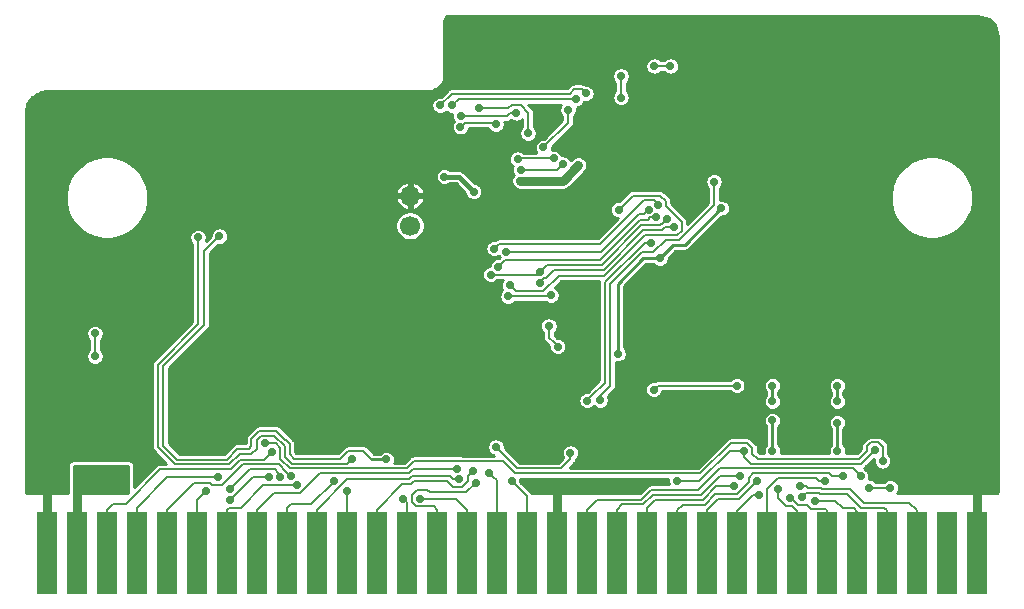
<source format=gbr>
G04 #@! TF.GenerationSoftware,KiCad,Pcbnew,5.1.10*
G04 #@! TF.CreationDate,2021-10-31T11:36:16+01:00*
G04 #@! TF.ProjectId,mega-wifi,6d656761-2d77-4696-9669-2e6b69636164,A1*
G04 #@! TF.SameCoordinates,Original*
G04 #@! TF.FileFunction,Copper,L2,Bot*
G04 #@! TF.FilePolarity,Positive*
%FSLAX46Y46*%
G04 Gerber Fmt 4.6, Leading zero omitted, Abs format (unit mm)*
G04 Created by KiCad (PCBNEW 5.1.10) date 2021-10-31 11:36:16*
%MOMM*%
%LPD*%
G01*
G04 APERTURE LIST*
G04 #@! TA.AperFunction,ComponentPad*
%ADD10O,1.700000X1.700000*%
G04 #@! TD*
G04 #@! TA.AperFunction,ComponentPad*
%ADD11C,1.700000*%
G04 #@! TD*
G04 #@! TA.AperFunction,SMDPad,CuDef*
%ADD12R,1.778000X6.985000*%
G04 #@! TD*
G04 #@! TA.AperFunction,ViaPad*
%ADD13C,0.711200*%
G04 #@! TD*
G04 #@! TA.AperFunction,Conductor*
%ADD14C,0.762000*%
G04 #@! TD*
G04 #@! TA.AperFunction,Conductor*
%ADD15C,0.254000*%
G04 #@! TD*
G04 #@! TA.AperFunction,Conductor*
%ADD16C,0.381000*%
G04 #@! TD*
G04 #@! TA.AperFunction,Conductor*
%ADD17C,0.203200*%
G04 #@! TD*
G04 #@! TA.AperFunction,Conductor*
%ADD18C,0.100000*%
G04 #@! TD*
G04 APERTURE END LIST*
D10*
X137426700Y-95961200D03*
D11*
X137426700Y-98501200D03*
D12*
X106680000Y-126238000D03*
X111760000Y-126238000D03*
X114300000Y-126238000D03*
X109220000Y-126238000D03*
X116840000Y-126238000D03*
X180340000Y-126238000D03*
X177800000Y-126238000D03*
X182880000Y-126238000D03*
X175260000Y-126238000D03*
X185420000Y-126238000D03*
X119380000Y-126238000D03*
X121920000Y-126238000D03*
X124460000Y-126238000D03*
X127000000Y-126238000D03*
X129540000Y-126238000D03*
X132080000Y-126238000D03*
X134620000Y-126238000D03*
X137160000Y-126238000D03*
X139700000Y-126238000D03*
X142240000Y-126238000D03*
X144780000Y-126238000D03*
X147320000Y-126238000D03*
X149860000Y-126238000D03*
X152400000Y-126238000D03*
X154940000Y-126238000D03*
X157480000Y-126238000D03*
X160020000Y-126238000D03*
X162560000Y-126238000D03*
X165100000Y-126238000D03*
X167640000Y-126238000D03*
X170180000Y-126238000D03*
X172720000Y-126238000D03*
D13*
X109220000Y-119380000D03*
X110490000Y-119380000D03*
X111760000Y-119380000D03*
X113030000Y-119380000D03*
X113030000Y-120650000D03*
X111760000Y-120650000D03*
X110490000Y-120650000D03*
X109220000Y-120650000D03*
X149420294Y-113424832D03*
X117475000Y-110769400D03*
X154559000Y-113792000D03*
X154559000Y-115062000D03*
X154559000Y-116332000D03*
X154559000Y-117602000D03*
X153924000Y-120523000D03*
X155194000Y-120523000D03*
X156464000Y-120523000D03*
X131495800Y-117322600D03*
X129997200Y-117551200D03*
X127914400Y-117551200D03*
X123317000Y-116713000D03*
X137490200Y-117805200D03*
X114935000Y-88773000D03*
X122428000Y-106807000D03*
X168148000Y-81661002D03*
X168148000Y-82931000D03*
X168148000Y-84201000D03*
X169418000Y-84201000D03*
X170688000Y-84201000D03*
X168402000Y-96774000D03*
X168402000Y-95504000D03*
X169672000Y-95504000D03*
X170942000Y-95504000D03*
X172085000Y-94615000D03*
X166751000Y-81407000D03*
X165354000Y-81026000D03*
X171831000Y-84836000D03*
X168275000Y-93980000D03*
X169545000Y-93980000D03*
X168275000Y-86360000D03*
X169545000Y-86360000D03*
X161416994Y-113665000D03*
X184531000Y-118872000D03*
X172248018Y-117551145D03*
X163982919Y-97919330D03*
X151409400Y-81534000D03*
X164338000Y-92202000D03*
X163449000Y-91313000D03*
X164592000Y-93472000D03*
X162560000Y-84074000D03*
X161798000Y-83312000D03*
X160782000Y-82677000D03*
X159512000Y-82677000D03*
X158242000Y-82677000D03*
X143230600Y-90500200D03*
X121476485Y-112117381D03*
X121488200Y-117652769D03*
X119989512Y-117652769D03*
X119973484Y-112108971D03*
X124474249Y-112119203D03*
X126975324Y-112118329D03*
X130140401Y-112481560D03*
X132054600Y-111201200D03*
X141224000Y-82042000D03*
X143398448Y-83945134D03*
X167157400Y-117566188D03*
X152400000Y-81534000D03*
X153289004Y-81534000D03*
X156972000Y-82677000D03*
X155829000Y-82677000D03*
X166116000Y-91186000D03*
X163068000Y-82169000D03*
X163957000Y-83058000D03*
X164719000Y-84455000D03*
X164719000Y-85979000D03*
X164719000Y-87503000D03*
X164719000Y-89027000D03*
X165100000Y-90170000D03*
X163195000Y-85090000D03*
X163195000Y-86360000D03*
X163195000Y-87630000D03*
X163195000Y-88900000D03*
X163195000Y-90170000D03*
X169545000Y-92710000D03*
X169545000Y-91440000D03*
X169545000Y-87630000D03*
X169545000Y-88900000D03*
X169545000Y-90170000D03*
X157480000Y-105410000D03*
X156210000Y-105410000D03*
X156210000Y-104140000D03*
X152400000Y-104140000D03*
X152400000Y-105410000D03*
X151130000Y-105410000D03*
X151130000Y-104140000D03*
X151130000Y-98425000D03*
X149860000Y-97155000D03*
X151130000Y-97155000D03*
X151130000Y-95885000D03*
X149860000Y-95885000D03*
X163819840Y-107883696D03*
X135509000Y-103403400D03*
X167716200Y-104063800D03*
X169595800Y-117551253D03*
X175260420Y-117434659D03*
X146619782Y-117290059D03*
X105410000Y-99060000D03*
X105410000Y-100330000D03*
X105410000Y-101600000D03*
X105410000Y-102870000D03*
X105410000Y-104140000D03*
X105410000Y-105410000D03*
X105410000Y-106680000D03*
X105410000Y-107950000D03*
X105410000Y-109220000D03*
X105410000Y-110490000D03*
X105410000Y-111760000D03*
X105410000Y-113030000D03*
X105410000Y-114300000D03*
X105410000Y-115570000D03*
X105410000Y-116840000D03*
X105410000Y-118110000D03*
X105410000Y-119380000D03*
X105410000Y-120650000D03*
X184404000Y-116763800D03*
X179070000Y-113055400D03*
X175099459Y-112054930D03*
X172097234Y-112056768D03*
X169598249Y-112055932D03*
X166598600Y-112064800D03*
X171492956Y-89970763D03*
X135305800Y-114503200D03*
X147324392Y-113186351D03*
X141453604Y-113191678D03*
X185547000Y-118872000D03*
X186563000Y-118872000D03*
X186563000Y-120904000D03*
X186562997Y-119887997D03*
X142824200Y-95631000D03*
X140325220Y-94351220D03*
X155041600Y-109347000D03*
X158580521Y-101264165D03*
X146761200Y-94691200D03*
X163783871Y-97026846D03*
X151663400Y-93395796D03*
X168097200Y-117551219D03*
X168097200Y-114985800D03*
X173604613Y-115193385D03*
X168097200Y-113385611D03*
X168107647Y-112060731D03*
X173600000Y-113385611D03*
X173597346Y-112056676D03*
X173609000Y-117551200D03*
X122197046Y-120802392D03*
X126390048Y-119811790D03*
X122199398Y-121742200D03*
X125476000Y-119786400D03*
X158064200Y-112379586D03*
X150993220Y-117744620D03*
X144701260Y-117243860D03*
X165092485Y-112048112D03*
X125150727Y-116943221D03*
X177444400Y-118414800D03*
X125751133Y-117632903D03*
X121140410Y-119811800D03*
X127314985Y-119709604D03*
X170445879Y-120548420D03*
X170646448Y-121440565D03*
X171729277Y-121780279D03*
X120150476Y-120937878D03*
X127863600Y-120472200D03*
X141383538Y-119090030D03*
X130987800Y-120142000D03*
X141547795Y-119989568D03*
X132105400Y-120954780D03*
X142773398Y-119278401D03*
X136855200Y-121615220D03*
X143002000Y-120269000D03*
X138245318Y-121615220D03*
X144119590Y-119405400D03*
X146040129Y-120142020D03*
X175590200Y-119735600D03*
X165353670Y-119715337D03*
X164846020Y-120573781D03*
X174091600Y-119710220D03*
X166801816Y-120142020D03*
X166979580Y-121285000D03*
X172545387Y-120141854D03*
X168579800Y-120827800D03*
X169558284Y-121546797D03*
X141020800Y-88315800D03*
X151460220Y-87785579D03*
X139979400Y-88315800D03*
X152313640Y-87302340D03*
X146545856Y-92865472D03*
X149580631Y-92807812D03*
X144695911Y-89916000D03*
X141684648Y-90131736D03*
X141706600Y-89179400D03*
X146402774Y-88953968D03*
X146798835Y-93751072D03*
X150359201Y-93287371D03*
X160020000Y-120142000D03*
X165685824Y-117566188D03*
X176758580Y-117504637D03*
X110744000Y-107619800D03*
X110744000Y-109550200D03*
X135407400Y-118287800D03*
X121285000Y-99390200D03*
X119481600Y-99491800D03*
X132511800Y-118237000D03*
X176326800Y-120700796D03*
X178079420Y-120700800D03*
X155287198Y-87659410D03*
X155287198Y-85838590D03*
X153517600Y-113284010D03*
X163169600Y-94767400D03*
X152425400Y-113309400D03*
X157848834Y-99943343D03*
X159461200Y-84988400D03*
X158089600Y-84988400D03*
X159180591Y-97901216D03*
X148412169Y-102404186D03*
X147420856Y-90682812D03*
X144259825Y-102644025D03*
X143230600Y-88569800D03*
X157618078Y-97162963D03*
X145575263Y-100712494D03*
X158419796Y-96723200D03*
X144545713Y-100440187D03*
X158270770Y-97809700D03*
X144916405Y-101975658D03*
X150804862Y-88691738D03*
X148712188Y-91878169D03*
X155078024Y-97155000D03*
X145872117Y-103559162D03*
X149352000Y-104394000D03*
X145719800Y-104495600D03*
X149936200Y-108737400D03*
X149180994Y-106991594D03*
X159748566Y-98617843D03*
X148412169Y-103327169D03*
D14*
X111760000Y-119380000D02*
X110490000Y-119380000D01*
X113030000Y-120650000D02*
X113030000Y-119380000D01*
X110490000Y-120650000D02*
X111760000Y-120650000D01*
X109220000Y-120878600D02*
X109220000Y-120650000D01*
X109220000Y-126238000D02*
X109220000Y-120878600D01*
D15*
X154559000Y-115062000D02*
X154559000Y-113792000D01*
X154559000Y-117602000D02*
X154559000Y-116332000D01*
X155448000Y-120523000D02*
X155194000Y-120523000D01*
X156464000Y-120523000D02*
X155448000Y-120523000D01*
D14*
X168148000Y-82931000D02*
X168148000Y-81661002D01*
X168650894Y-84201000D02*
X168148000Y-84201000D01*
X168910000Y-84201000D02*
X168650894Y-84201000D01*
X169164000Y-83947000D02*
X168910000Y-84201000D01*
X169418000Y-84201000D02*
X168148000Y-84201000D01*
X171043599Y-84556599D02*
X170688000Y-84201000D01*
X171323000Y-84836000D02*
X171043599Y-84556599D01*
X171831000Y-84836000D02*
X171323000Y-84836000D01*
X169672000Y-95504000D02*
X168402000Y-95504000D01*
X172085000Y-94615000D02*
X171831000Y-94615000D01*
X171831000Y-94615000D02*
X170942000Y-95504000D01*
X166248106Y-81407000D02*
X166751000Y-81407000D01*
X165735000Y-81407000D02*
X166248106Y-81407000D01*
X165354000Y-81026000D02*
X165735000Y-81407000D01*
X169545000Y-93980000D02*
X168275000Y-93980000D01*
X169545000Y-86360000D02*
X168275000Y-86360000D01*
X184531000Y-118872000D02*
X185547000Y-118872000D01*
X184531000Y-118872000D02*
X185420000Y-119761000D01*
X185420000Y-119761000D02*
X185420000Y-126238000D01*
X163449000Y-91313000D02*
X163449000Y-92329000D01*
X163449000Y-92329000D02*
X164592000Y-93472000D01*
X163449000Y-91313000D02*
X163195000Y-91059000D01*
X163195000Y-91059000D02*
X163195000Y-90170000D01*
X159512000Y-82677000D02*
X160782000Y-82677000D01*
X158242000Y-82677000D02*
X159512000Y-82677000D01*
X163068000Y-82169000D02*
X162560000Y-81661000D01*
X162560000Y-81661000D02*
X155829000Y-81661000D01*
X163957000Y-83058000D02*
X163068000Y-82169000D01*
X164719000Y-85979000D02*
X164719000Y-84455000D01*
X164719000Y-89027000D02*
X164719000Y-87503000D01*
X163195000Y-86360000D02*
X163195000Y-85090000D01*
X163195000Y-88900000D02*
X163195000Y-87630000D01*
X169545000Y-90170000D02*
X163195000Y-90170000D01*
X169545000Y-90170000D02*
X169545000Y-91440000D01*
X169545000Y-90170000D02*
X169545000Y-88900000D01*
X156210000Y-104140000D02*
X156210000Y-105410000D01*
X152400000Y-105410000D02*
X152400000Y-104140000D01*
X151130000Y-104140000D02*
X151130000Y-105410000D01*
X149860000Y-97155000D02*
X151130000Y-98425000D01*
X151130000Y-95885000D02*
X151130000Y-97155000D01*
X149860000Y-120573800D02*
X151053800Y-120573800D01*
X151053800Y-120573800D02*
X151130000Y-120650000D01*
X105410000Y-100330000D02*
X105410000Y-99060000D01*
X105410000Y-102870000D02*
X105410000Y-101600000D01*
X105410000Y-105410000D02*
X105410000Y-104140000D01*
X105410000Y-107950000D02*
X105410000Y-106680000D01*
X105410000Y-110490000D02*
X105410000Y-109220000D01*
X105410000Y-113030000D02*
X105410000Y-111760000D01*
X105410000Y-115570000D02*
X105410000Y-114300000D01*
X105410000Y-118110000D02*
X105410000Y-116840000D01*
X105410000Y-119380000D02*
X105410000Y-118110000D01*
X106680000Y-120904000D02*
X105664000Y-120904000D01*
X105664000Y-120904000D02*
X105410000Y-120650000D01*
X106680000Y-121983500D02*
X106680000Y-120904000D01*
X106680000Y-126238000D02*
X106680000Y-121983500D01*
X149860000Y-126238000D02*
X149860000Y-120573800D01*
X149860000Y-120573800D02*
X149910800Y-120523000D01*
X186562997Y-118872003D02*
X186563000Y-118872000D01*
X186562997Y-119887997D02*
X186562997Y-118872003D01*
X186563000Y-119887994D02*
X186563000Y-118872000D01*
D16*
X140325220Y-94351220D02*
X141544420Y-94351220D01*
X141544420Y-94351220D02*
X142824200Y-95631000D01*
D15*
X155041600Y-109169200D02*
X155041600Y-108153200D01*
X155041600Y-108153200D02*
X155041600Y-103403400D01*
X155041600Y-109347000D02*
X155041600Y-108153200D01*
X155041600Y-103403400D02*
X157175200Y-101269800D01*
X157175200Y-101269800D02*
X158580521Y-101269800D01*
X158580521Y-101269800D02*
X158580521Y-101264165D01*
X163783871Y-97026846D02*
X160683917Y-100126800D01*
X160683917Y-100126800D02*
X159689800Y-100126800D01*
X159689800Y-100126800D02*
X158580521Y-101236079D01*
X158580521Y-101236079D02*
X158580521Y-101264165D01*
D14*
X150367996Y-94691200D02*
X147264094Y-94691200D01*
X147264094Y-94691200D02*
X146761200Y-94691200D01*
X151663400Y-93395796D02*
X150367996Y-94691200D01*
D15*
X168097200Y-114985800D02*
X168097200Y-117551219D01*
X173609000Y-115197772D02*
X173604613Y-115193385D01*
X173609000Y-117551200D02*
X173609000Y-115197772D01*
X168107647Y-112060731D02*
X168107647Y-113375164D01*
X168107647Y-113375164D02*
X168097200Y-113385611D01*
X173597346Y-112056676D02*
X173597346Y-113382957D01*
X173597346Y-113382957D02*
X173600000Y-113385611D01*
D17*
X122552645Y-120446793D02*
X122197046Y-120802392D01*
X126390048Y-119811790D02*
X126238000Y-119405398D01*
X126238000Y-119405398D02*
X125958601Y-119125999D01*
X123873439Y-119125999D02*
X122552645Y-120446793D01*
X125958601Y-119125999D02*
X123873439Y-119125999D01*
X126238000Y-119837200D02*
X126364638Y-119837200D01*
X126364638Y-119837200D02*
X126390048Y-119811790D01*
X125476000Y-119786400D02*
X124155198Y-119786400D01*
X124155198Y-119786400D02*
X122554997Y-121386601D01*
X122554997Y-121386601D02*
X122199398Y-121742200D01*
X158395674Y-112048112D02*
X158064200Y-112379586D01*
X165092485Y-112048112D02*
X158395674Y-112048112D01*
X149783800Y-119057420D02*
X146514820Y-119057420D01*
X150993220Y-117744620D02*
X150993220Y-118247514D01*
X150993220Y-118247514D02*
X150183314Y-119057420D01*
X150183314Y-119057420D02*
X149783800Y-119057420D01*
X146514820Y-119057420D02*
X145056859Y-117599459D01*
X145056859Y-117599459D02*
X144701260Y-117243860D01*
X165100000Y-112039400D02*
X165100000Y-112040597D01*
X165100000Y-112040597D02*
X165092485Y-112048112D01*
X126036907Y-116943221D02*
X125653621Y-116943221D01*
X125653621Y-116943221D02*
X125150727Y-116943221D01*
X145328502Y-118445852D02*
X141716754Y-118445852D01*
X137135397Y-119049203D02*
X127229334Y-119049203D01*
X141716754Y-118445852D02*
X141700531Y-118429629D01*
X141700531Y-118429629D02*
X137754971Y-118429629D01*
X137754971Y-118429629D02*
X137135397Y-119049203D01*
X127229334Y-119049203D02*
X126416286Y-118236155D01*
X126416286Y-118236155D02*
X126416286Y-117322600D01*
X126416286Y-117322600D02*
X126036907Y-116943221D01*
X177075573Y-116844236D02*
X176441587Y-116844236D01*
X177444400Y-118414800D02*
X177444400Y-117213063D01*
X177444400Y-117213063D02*
X177075573Y-116844236D01*
X164592000Y-116890800D02*
X162018970Y-119463830D01*
X176441587Y-116844236D02*
X176098179Y-117187644D01*
X162018970Y-119463830D02*
X146346480Y-119463830D01*
X146346480Y-119463830D02*
X145328502Y-118445852D01*
X176098179Y-117574294D02*
X175436411Y-118236062D01*
X176098179Y-117187644D02*
X176098179Y-117574294D01*
X175436411Y-118236062D02*
X166849880Y-118236062D01*
X166849880Y-118236062D02*
X166420800Y-117806982D01*
X166420800Y-117806982D02*
X166420800Y-117339732D01*
X166420800Y-117339732D02*
X165971868Y-116890800D01*
X165971868Y-116890800D02*
X164592000Y-116890800D01*
X125751133Y-117632903D02*
X125070857Y-118313179D01*
X125070857Y-118313179D02*
X123063021Y-118313179D01*
X111760000Y-122542300D02*
X111760000Y-126238000D01*
X123063021Y-118313179D02*
X122250200Y-119126000D01*
X122250200Y-119126000D02*
X116268500Y-119126000D01*
X116268500Y-119126000D02*
X113347500Y-122047000D01*
X113347500Y-122047000D02*
X112255300Y-122047000D01*
X112255300Y-122047000D02*
X111760000Y-122542300D01*
X114300000Y-126238000D02*
X114300000Y-122402600D01*
X114300000Y-122402600D02*
X116890800Y-119811800D01*
X116890800Y-119811800D02*
X118821200Y-119811800D01*
X118821200Y-119811800D02*
X121140410Y-119811800D01*
X126959386Y-119354005D02*
X127314985Y-119709604D01*
X120665104Y-120475112D02*
X121547219Y-120475112D01*
X126324970Y-118719589D02*
X126959386Y-119354005D01*
X121547219Y-120475112D02*
X123302742Y-118719589D01*
X116840000Y-126238000D02*
X116840000Y-122542300D01*
X116840000Y-122542300D02*
X119104823Y-120277477D01*
X119104823Y-120277477D02*
X120467469Y-120277477D01*
X120467469Y-120277477D02*
X120665104Y-120475112D01*
X123302742Y-118719589D02*
X126324970Y-118719589D01*
X127279400Y-119634000D02*
X127279400Y-119674019D01*
X127279400Y-119674019D02*
X127314985Y-119709604D01*
X180340000Y-126238000D02*
X180340000Y-122605800D01*
X180340000Y-122605800D02*
X179705000Y-121970800D01*
X172303553Y-120802410D02*
X172214610Y-120713467D01*
X179705000Y-121970800D02*
X175844200Y-121970800D01*
X175844200Y-121970800D02*
X174675810Y-120802410D01*
X174675810Y-120802410D02*
X172303553Y-120802410D01*
X172214610Y-120713467D02*
X171113820Y-120713467D01*
X171113820Y-120713467D02*
X170948773Y-120548420D01*
X170948773Y-120548420D02*
X170445879Y-120548420D01*
X177800000Y-122605800D02*
X177596800Y-122402600D01*
X177800000Y-126238000D02*
X177800000Y-122605800D01*
X177596800Y-122402600D02*
X175606151Y-122402600D01*
X175606151Y-122402600D02*
X174412372Y-121208821D01*
X174412372Y-121208821D02*
X172135213Y-121208821D01*
X172135213Y-121208821D02*
X172046270Y-121119878D01*
X172046270Y-121119878D02*
X170967135Y-121119878D01*
X170967135Y-121119878D02*
X170646448Y-121440565D01*
X171729277Y-121780279D02*
X173405779Y-121780279D01*
X173405779Y-121780279D02*
X174053500Y-122428000D01*
X174053500Y-122428000D02*
X174980600Y-122428000D01*
X174980600Y-122428000D02*
X175260000Y-122707400D01*
X175260000Y-122707400D02*
X175260000Y-126238000D01*
X119380000Y-126238000D02*
X119380000Y-121708354D01*
X119380000Y-121708354D02*
X119794877Y-121293477D01*
X119794877Y-121293477D02*
X120150476Y-120937878D01*
X127863600Y-120472200D02*
X125018800Y-120472200D01*
X125018800Y-120472200D02*
X123088399Y-122402601D01*
X123088399Y-122402601D02*
X122059699Y-122402601D01*
X122059699Y-122402601D02*
X121920000Y-122542300D01*
X121920000Y-122542300D02*
X121920000Y-126238000D01*
X124460000Y-126238000D02*
X124460000Y-122555000D01*
X137669321Y-119090030D02*
X140880644Y-119090030D01*
X124460000Y-122555000D02*
X125882399Y-121132601D01*
X140880644Y-119090030D02*
X141383538Y-119090030D01*
X125882399Y-121132601D02*
X128152449Y-121132601D01*
X128152449Y-121132601D02*
X129828850Y-119456200D01*
X129828850Y-119456200D02*
X137303151Y-119456200D01*
X137303151Y-119456200D02*
X137669321Y-119090030D01*
X127000000Y-126238000D02*
X127000000Y-122402600D01*
X127000000Y-122402600D02*
X127330200Y-122072400D01*
X127330200Y-122072400D02*
X129082800Y-122072400D01*
X129082800Y-122072400D02*
X130987800Y-120167400D01*
X130987800Y-120167400D02*
X130987800Y-120142000D01*
X141044901Y-119989568D02*
X141547795Y-119989568D01*
X140790909Y-119735576D02*
X141044901Y-119989568D01*
X137344534Y-119989568D02*
X137598526Y-119735576D01*
X137598526Y-119735576D02*
X140790909Y-119735576D01*
X132092732Y-119989568D02*
X137344534Y-119989568D01*
X129540000Y-126238000D02*
X129540000Y-122542300D01*
X129540000Y-122542300D02*
X132092732Y-119989568D01*
X132080000Y-120980180D02*
X132105400Y-120954780D01*
X132080000Y-126238000D02*
X132080000Y-120980180D01*
X142341598Y-119710201D02*
X142417799Y-119634000D01*
X136766302Y-120395998D02*
X137512855Y-120395998D01*
X142341598Y-120147075D02*
X142341598Y-119710201D01*
X134620000Y-122542300D02*
X136766302Y-120395998D01*
X140538187Y-120141987D02*
X141046188Y-120649988D01*
X141046188Y-120649988D02*
X141838685Y-120649988D01*
X134620000Y-126238000D02*
X134620000Y-122542300D01*
X137512855Y-120395998D02*
X137766866Y-120141987D01*
X142417799Y-119634000D02*
X142773398Y-119278401D01*
X141838685Y-120649988D02*
X142341598Y-120147075D01*
X137766866Y-120141987D02*
X140538187Y-120141987D01*
X137160000Y-126238000D02*
X137160000Y-121920020D01*
X137160000Y-121920020D02*
X136855200Y-121615220D01*
X143002000Y-120269000D02*
X142201394Y-121069606D01*
X139090402Y-121069606D02*
X138873996Y-120853200D01*
X142201394Y-121069606D02*
X139090402Y-121069606D01*
X137584916Y-121932214D02*
X137928324Y-122275622D01*
X138873996Y-120853200D02*
X138029942Y-120853200D01*
X138029942Y-120853200D02*
X137584916Y-121298226D01*
X137584916Y-121298226D02*
X137584916Y-121932214D01*
X137928324Y-122275622D02*
X139420622Y-122275622D01*
X139420622Y-122275622D02*
X139700000Y-122555000D01*
X139700000Y-122555000D02*
X139700000Y-126238000D01*
X142240000Y-126238000D02*
X142240000Y-122555000D01*
X142240000Y-122555000D02*
X141300220Y-121615220D01*
X141300220Y-121615220D02*
X138748212Y-121615220D01*
X138748212Y-121615220D02*
X138245318Y-121615220D01*
X144780000Y-126238000D02*
X144780000Y-120065810D01*
X144780000Y-120065810D02*
X144475189Y-119760999D01*
X144475189Y-119760999D02*
X144119590Y-119405400D01*
X146395728Y-120497619D02*
X146040129Y-120142020D01*
X147320000Y-126238000D02*
X147320000Y-121421891D01*
X147320000Y-121421891D02*
X146395728Y-120497619D01*
X152400000Y-126238000D02*
X152400000Y-122555000D01*
X152400000Y-122555000D02*
X153263600Y-121691400D01*
X153263600Y-121691400D02*
X157022800Y-121691400D01*
X157022800Y-121691400D02*
X157835596Y-120878604D01*
X157835596Y-120878604D02*
X161823396Y-120878604D01*
X161823396Y-120878604D02*
X163652200Y-119049800D01*
X163652200Y-119049800D02*
X166341853Y-119049800D01*
X166341853Y-119049800D02*
X166342769Y-119048884D01*
X166342769Y-119048884D02*
X174903484Y-119048884D01*
X174903484Y-119048884D02*
X175234601Y-119380001D01*
X175234601Y-119380001D02*
X175590200Y-119735600D01*
X154940000Y-126238000D02*
X154940000Y-122555000D01*
X154940000Y-122555000D02*
X155397189Y-122097811D01*
X155397189Y-122097811D02*
X157191140Y-122097811D01*
X157191140Y-122097811D02*
X158003936Y-121285015D01*
X158003936Y-121285015D02*
X162077385Y-121285015D01*
X162077385Y-121285015D02*
X163647063Y-119715337D01*
X163647063Y-119715337D02*
X164850776Y-119715337D01*
X164850776Y-119715337D02*
X165353670Y-119715337D01*
X157480000Y-126238000D02*
X157480000Y-122402600D01*
X157480000Y-122402600D02*
X158165800Y-121716800D01*
X163372819Y-120573781D02*
X164343126Y-120573781D01*
X158165800Y-121716800D02*
X162229800Y-121716800D01*
X162229800Y-121716800D02*
X163372819Y-120573781D01*
X164343126Y-120573781D02*
X164846020Y-120573781D01*
X166141396Y-120227651D02*
X166141396Y-119825006D01*
X172862380Y-119481453D02*
X172862516Y-119481589D01*
X160020000Y-126238000D02*
X160020000Y-122605800D01*
X160020000Y-122605800D02*
X160502589Y-122123211D01*
X173588706Y-119710220D02*
X174091600Y-119710220D01*
X160502589Y-122123211D02*
X162398140Y-122123211D01*
X168373855Y-119481600D02*
X168373866Y-119481589D01*
X173138616Y-119710220D02*
X173588706Y-119710220D01*
X162398140Y-122123211D02*
X163287148Y-121234202D01*
X163287148Y-121234202D02*
X165134845Y-121234202D01*
X166484802Y-119481600D02*
X168373855Y-119481600D01*
X165134845Y-121234202D02*
X166141396Y-120227651D01*
X166141396Y-119825006D02*
X166484802Y-119481600D01*
X168373866Y-119481589D02*
X172228258Y-119481589D01*
X172228258Y-119481589D02*
X172228394Y-119481453D01*
X172862516Y-119481589D02*
X172909985Y-119481589D01*
X172228394Y-119481453D02*
X172862380Y-119481453D01*
X172909985Y-119481589D02*
X173138616Y-119710220D01*
X162560000Y-126238000D02*
X162560000Y-122580400D01*
X162560000Y-122580400D02*
X163474387Y-121666013D01*
X163474387Y-121666013D02*
X165277823Y-121666013D01*
X165277823Y-121666013D02*
X166446217Y-120497619D01*
X166446217Y-120497619D02*
X166801816Y-120142020D01*
X165100000Y-126238000D02*
X165100000Y-122631200D01*
X165100000Y-122631200D02*
X166446200Y-121285000D01*
X166446200Y-121285000D02*
X166979580Y-121285000D01*
X172042493Y-120141854D02*
X172545387Y-120141854D01*
X167640000Y-126238000D02*
X167640000Y-120790206D01*
X167640000Y-120790206D02*
X168542206Y-119888000D01*
X171788639Y-119888000D02*
X172042493Y-120141854D01*
X168542206Y-119888000D02*
X171788639Y-119888000D01*
X168579800Y-120827800D02*
X168579800Y-121564400D01*
X168579800Y-121564400D02*
X169240200Y-122224800D01*
X169240200Y-122224800D02*
X169773600Y-122224800D01*
X169773600Y-122224800D02*
X170180000Y-122631200D01*
X170180000Y-122631200D02*
X170180000Y-126238000D01*
X172720000Y-126238000D02*
X172720000Y-122605800D01*
X171002960Y-122123200D02*
X170246750Y-122123200D01*
X172720000Y-122605800D02*
X172567600Y-122453400D01*
X172567600Y-122453400D02*
X171333160Y-122453400D01*
X171333160Y-122453400D02*
X171002960Y-122123200D01*
X170246750Y-122123200D02*
X169670347Y-121546797D01*
X169670347Y-121546797D02*
X169558284Y-121546797D01*
X141020800Y-88315800D02*
X141551021Y-87785579D01*
X141551021Y-87785579D02*
X151460220Y-87785579D01*
X139979400Y-88315800D02*
X140972540Y-87322660D01*
X140972540Y-87322660D02*
X141681200Y-87322660D01*
X141495780Y-87322660D02*
X141681200Y-87322660D01*
X141681200Y-87322660D02*
X150939920Y-87322660D01*
X151958041Y-86946741D02*
X152313640Y-87302340D01*
X151315839Y-86946741D02*
X151958041Y-86946741D01*
X150939920Y-87322660D02*
X151315839Y-86946741D01*
X146603516Y-92807812D02*
X146545856Y-92865472D01*
X149580631Y-92807812D02*
X146603516Y-92807812D01*
X144556048Y-89776137D02*
X144695911Y-89916000D01*
X142040247Y-89776137D02*
X144556048Y-89776137D01*
X141684648Y-90131736D02*
X142040247Y-89776137D01*
X142285692Y-89255598D02*
X145598250Y-89255598D01*
X142209494Y-89179400D02*
X142285692Y-89255598D01*
X145598250Y-89255598D02*
X145899880Y-88953968D01*
X145899880Y-88953968D02*
X146402774Y-88953968D01*
X141706600Y-89179400D02*
X142209494Y-89179400D01*
X149895500Y-93751072D02*
X147301729Y-93751072D01*
X150359201Y-93287371D02*
X149895500Y-93751072D01*
X147301729Y-93751072D02*
X146798835Y-93751072D01*
X160522894Y-120142000D02*
X160020000Y-120142000D01*
X165685824Y-117566188D02*
X164491362Y-117566188D01*
X164491362Y-117566188D02*
X161915550Y-120142000D01*
X161915550Y-120142000D02*
X160522894Y-120142000D01*
X176758580Y-117504637D02*
X175620744Y-118642473D01*
X175620744Y-118642473D02*
X166259215Y-118642473D01*
X166259215Y-118642473D02*
X165685824Y-118069082D01*
X165685824Y-118069082D02*
X165685824Y-117566188D01*
X110744000Y-109550200D02*
X110744000Y-107619800D01*
X134137400Y-118237000D02*
X133476999Y-117576599D01*
X117728980Y-118313180D02*
X116535210Y-117119410D01*
X120015000Y-106908600D02*
X120015000Y-100609400D01*
X133476999Y-117576599D02*
X132194807Y-117576599D01*
X132194807Y-117576599D02*
X131535023Y-118236383D01*
X120015000Y-100609400D02*
X121234200Y-99390200D01*
X131535023Y-118236383D02*
X127608983Y-118236383D01*
X127608983Y-118236383D02*
X127229106Y-117856506D01*
X121894620Y-118313180D02*
X117728980Y-118313180D01*
X116535210Y-117119410D02*
X116535210Y-110388390D01*
X127229106Y-117856506D02*
X127229106Y-116967506D01*
X127229106Y-116967506D02*
X126898400Y-116636800D01*
X126898400Y-116636800D02*
X126879986Y-116636800D01*
X126879986Y-116636800D02*
X126119596Y-115876410D01*
X124660259Y-115876411D02*
X124002800Y-116533870D01*
X126119596Y-115876410D02*
X124660259Y-115876411D01*
X124002800Y-116533870D02*
X124002800Y-117170200D01*
X124002800Y-117170200D02*
X123774210Y-117398790D01*
X123774210Y-117398790D02*
X122809010Y-117398790D01*
X122809010Y-117398790D02*
X121894620Y-118313180D01*
X116535210Y-110388390D02*
X120015000Y-106908600D01*
X121234200Y-99390200D02*
X121285000Y-99390200D01*
X134137400Y-118237000D02*
X134213600Y-118313200D01*
X135407400Y-118287800D02*
X134188200Y-118287800D01*
X134188200Y-118287800D02*
X134137400Y-118237000D01*
X134213600Y-118313200D02*
X135305800Y-118313200D01*
X119481600Y-99491800D02*
X119481600Y-106857800D01*
X119481600Y-106857800D02*
X116078000Y-110261400D01*
X124434600Y-117373400D02*
X124434600Y-116676820D01*
X116078000Y-110261400D02*
X116078000Y-117246400D01*
X116078000Y-117246400D02*
X117551190Y-118719590D01*
X117551190Y-118719590D02*
X122081860Y-118719590D01*
X122081860Y-118719590D02*
X122996249Y-117805201D01*
X124434600Y-116676820D02*
X124828600Y-116282820D01*
X122996249Y-117805201D02*
X124002800Y-117805200D01*
X124002800Y-117805200D02*
X124434600Y-117373400D01*
X132511800Y-118237000D02*
X132106008Y-118642792D01*
X132106008Y-118642792D02*
X127405792Y-118642792D01*
X126822696Y-118059696D02*
X126822696Y-117154260D01*
X127405792Y-118642792D02*
X126822696Y-118059696D01*
X126822696Y-117154260D02*
X125951256Y-116282820D01*
X125951256Y-116282820D02*
X124828600Y-116282820D01*
X124828600Y-116282820D02*
X124815700Y-116295720D01*
X176326804Y-120700800D02*
X176326800Y-120700796D01*
X178079420Y-120700800D02*
X176326804Y-120700800D01*
X155287198Y-85838590D02*
X155287198Y-87659410D01*
X153517600Y-113284010D02*
X153517600Y-112903000D01*
X163169600Y-94767400D02*
X163169600Y-96748956D01*
X154355799Y-112064801D02*
X153517600Y-112903000D01*
X163169600Y-96748956D02*
X160233900Y-99684656D01*
X160233900Y-99684656D02*
X159064389Y-99684656D01*
X159064389Y-99684656D02*
X158013400Y-100735645D01*
X158013400Y-100735645D02*
X157074355Y-100735645D01*
X157074355Y-100735645D02*
X154355799Y-103454201D01*
X154355799Y-103454201D02*
X154355799Y-112064801D01*
X152780999Y-112953801D02*
X152425400Y-113309400D01*
X153924000Y-111810800D02*
X152780999Y-112953801D01*
X157282457Y-99943343D02*
X153924000Y-103301800D01*
X153924000Y-103301800D02*
X153924000Y-111810800D01*
X157848834Y-99943343D02*
X157282457Y-99943343D01*
X159461200Y-84988400D02*
X158089600Y-84988400D01*
X158824020Y-98256815D02*
X158824992Y-98256815D01*
X157000151Y-98470101D02*
X158610734Y-98470101D01*
X158824992Y-98256815D02*
X159180591Y-97901216D01*
X148987766Y-101828589D02*
X153641663Y-101828589D01*
X148412169Y-102404186D02*
X148987766Y-101828589D01*
X153641663Y-101828589D02*
X157000151Y-98470101D01*
X158610734Y-98470101D02*
X158824020Y-98256815D01*
X143230600Y-88569800D02*
X145745200Y-88569800D01*
X145745200Y-88569800D02*
X146024600Y-88290400D01*
X146024600Y-88290400D02*
X146788895Y-88290400D01*
X146788895Y-88290400D02*
X147420856Y-88922361D01*
X147420856Y-88922361D02*
X147420856Y-90179918D01*
X147420856Y-90179918D02*
X147420856Y-90682812D01*
X144259825Y-102644025D02*
X148172330Y-102644025D01*
X148172330Y-102644025D02*
X148412169Y-102404186D01*
X147447000Y-90678000D02*
X147425668Y-90678000D01*
X147425668Y-90678000D02*
X147420856Y-90682812D01*
X157262479Y-97518562D02*
X157618078Y-97162963D01*
X145575263Y-100712494D02*
X153608256Y-100712494D01*
X153608256Y-100712494D02*
X156802188Y-97518562D01*
X156802188Y-97518562D02*
X157262479Y-97518562D01*
X157237354Y-96367601D02*
X158064197Y-96367601D01*
X144545713Y-100440187D02*
X144933807Y-100052093D01*
X153552862Y-100052093D02*
X157237354Y-96367601D01*
X158064197Y-96367601D02*
X158419796Y-96723200D01*
X144933807Y-100052093D02*
X153552862Y-100052093D01*
X145469885Y-101422178D02*
X153473324Y-101422178D01*
X157767876Y-97809700D02*
X158270770Y-97809700D01*
X144916405Y-101975658D02*
X145469885Y-101422178D01*
X153473324Y-101422178D02*
X156876972Y-98018530D01*
X156876972Y-98018530D02*
X157559046Y-98018530D01*
X157559046Y-98018530D02*
X157767876Y-97809700D01*
X150804862Y-89194632D02*
X150804862Y-88691738D01*
X148712188Y-91878169D02*
X150804862Y-89785495D01*
X150804862Y-89785495D02*
X150804862Y-89194632D01*
X155078024Y-97155000D02*
X156271824Y-95961200D01*
X150025606Y-102743000D02*
X148704807Y-104063799D01*
X156271824Y-95961200D02*
X158597600Y-95961200D01*
X160065560Y-99278245D02*
X158929121Y-99278245D01*
X158597600Y-95961200D02*
X159080200Y-96443800D01*
X159080200Y-96443800D02*
X159080200Y-96823431D01*
X158924443Y-99282923D02*
X157336831Y-99282923D01*
X157336831Y-99282923D02*
X153876754Y-102743000D01*
X159080200Y-96823431D02*
X160426400Y-98169631D01*
X160426400Y-98169631D02*
X160426400Y-98917405D01*
X160426400Y-98917405D02*
X160065560Y-99278245D01*
X153876754Y-102743000D02*
X150025606Y-102743000D01*
X158929121Y-99278245D02*
X158924443Y-99282923D01*
X148704807Y-104063799D02*
X146376754Y-104063799D01*
X146376754Y-104063799D02*
X145872117Y-103559162D01*
X149352000Y-104394000D02*
X149250400Y-104495600D01*
X149250400Y-104495600D02*
X145719800Y-104495600D01*
X149580601Y-108381801D02*
X149936200Y-108737400D01*
X149180994Y-107982194D02*
X149580601Y-108381801D01*
X149180994Y-106991594D02*
X149180994Y-107982194D01*
X148412169Y-103327169D02*
X148767768Y-102971570D01*
X148767768Y-102971570D02*
X148920230Y-102971570D01*
X148920230Y-102971570D02*
X149656800Y-102235000D01*
X149656800Y-102235000D02*
X153810004Y-102235000D01*
X159245672Y-98617843D02*
X159748566Y-98617843D01*
X153810004Y-102235000D02*
X157168492Y-98876512D01*
X157168492Y-98876512D02*
X158779074Y-98876512D01*
X158779074Y-98876512D02*
X159037743Y-98617843D01*
X159037743Y-98617843D02*
X159245672Y-98617843D01*
D15*
X185425029Y-80774590D02*
X186114078Y-80889432D01*
X186167862Y-80906921D01*
X186587178Y-81116580D01*
X186636580Y-81152186D01*
X186817814Y-81333420D01*
X186853420Y-81382822D01*
X187063079Y-81802138D01*
X187080568Y-81855922D01*
X187195410Y-82544971D01*
X187198000Y-82576265D01*
X187198000Y-121018490D01*
X187186033Y-121078649D01*
X187159043Y-121119043D01*
X187118649Y-121146033D01*
X187058490Y-121158000D01*
X178659830Y-121158000D01*
X178732186Y-121049711D01*
X178787713Y-120915658D01*
X178816020Y-120773349D01*
X178816020Y-120628251D01*
X178787713Y-120485942D01*
X178732186Y-120351889D01*
X178651575Y-120231245D01*
X178548975Y-120128645D01*
X178428331Y-120048034D01*
X178294278Y-119992507D01*
X178151969Y-119964200D01*
X178006871Y-119964200D01*
X177864562Y-119992507D01*
X177730509Y-120048034D01*
X177609865Y-120128645D01*
X177520310Y-120218200D01*
X176885914Y-120218200D01*
X176796355Y-120128641D01*
X176675711Y-120048030D01*
X176541658Y-119992503D01*
X176399349Y-119964196D01*
X176292802Y-119964196D01*
X176298493Y-119950458D01*
X176326800Y-119808149D01*
X176326800Y-119663051D01*
X176298493Y-119520742D01*
X176242966Y-119386689D01*
X176162355Y-119266045D01*
X176059755Y-119163445D01*
X175939111Y-119082834D01*
X175872372Y-119055190D01*
X175890159Y-119045682D01*
X175963645Y-118985374D01*
X175978761Y-118966955D01*
X176704480Y-118241237D01*
X176727893Y-118241237D01*
X176707800Y-118342251D01*
X176707800Y-118487349D01*
X176736107Y-118629658D01*
X176791634Y-118763711D01*
X176872245Y-118884355D01*
X176974845Y-118986955D01*
X177095489Y-119067566D01*
X177229542Y-119123093D01*
X177371851Y-119151400D01*
X177516949Y-119151400D01*
X177659258Y-119123093D01*
X177793311Y-119067566D01*
X177913955Y-118986955D01*
X178016555Y-118884355D01*
X178097166Y-118763711D01*
X178152693Y-118629658D01*
X178181000Y-118487349D01*
X178181000Y-118342251D01*
X178152693Y-118199942D01*
X178097166Y-118065889D01*
X178016555Y-117945245D01*
X177927000Y-117855690D01*
X177927000Y-117236767D01*
X177929335Y-117213062D01*
X177926559Y-117184881D01*
X177920017Y-117118457D01*
X177892422Y-117027486D01*
X177847609Y-116943648D01*
X177812576Y-116900960D01*
X177802413Y-116888576D01*
X177802412Y-116888575D01*
X177787301Y-116870162D01*
X177768887Y-116855050D01*
X177433590Y-116519753D01*
X177418474Y-116501335D01*
X177344988Y-116441027D01*
X177261150Y-116396214D01*
X177170179Y-116368619D01*
X177099280Y-116361636D01*
X177099278Y-116361636D01*
X177075573Y-116359301D01*
X177051868Y-116361636D01*
X176465291Y-116361636D01*
X176441586Y-116359301D01*
X176417881Y-116361636D01*
X176417880Y-116361636D01*
X176346981Y-116368619D01*
X176256010Y-116396214D01*
X176172172Y-116441027D01*
X176098686Y-116501335D01*
X176083570Y-116519754D01*
X175773697Y-116829627D01*
X175755278Y-116844743D01*
X175694970Y-116918229D01*
X175650157Y-117002068D01*
X175622562Y-117093039D01*
X175615673Y-117162980D01*
X175613244Y-117187644D01*
X175615579Y-117211349D01*
X175615579Y-117374395D01*
X175236512Y-117753462D01*
X174319798Y-117753462D01*
X174345600Y-117623749D01*
X174345600Y-117478651D01*
X174317293Y-117336342D01*
X174261766Y-117202289D01*
X174181155Y-117081645D01*
X174117000Y-117017490D01*
X174117000Y-115722708D01*
X174176768Y-115662940D01*
X174257379Y-115542296D01*
X174312906Y-115408243D01*
X174341213Y-115265934D01*
X174341213Y-115120836D01*
X174312906Y-114978527D01*
X174257379Y-114844474D01*
X174176768Y-114723830D01*
X174074168Y-114621230D01*
X173953524Y-114540619D01*
X173819471Y-114485092D01*
X173677162Y-114456785D01*
X173532064Y-114456785D01*
X173389755Y-114485092D01*
X173255702Y-114540619D01*
X173135058Y-114621230D01*
X173032458Y-114723830D01*
X172951847Y-114844474D01*
X172896320Y-114978527D01*
X172868013Y-115120836D01*
X172868013Y-115265934D01*
X172896320Y-115408243D01*
X172951847Y-115542296D01*
X173032458Y-115662940D01*
X173101001Y-115731483D01*
X173101000Y-117017490D01*
X173036845Y-117081645D01*
X172956234Y-117202289D01*
X172900707Y-117336342D01*
X172872400Y-117478651D01*
X172872400Y-117623749D01*
X172898202Y-117753462D01*
X168808002Y-117753462D01*
X168833800Y-117623768D01*
X168833800Y-117478670D01*
X168805493Y-117336361D01*
X168749966Y-117202308D01*
X168669355Y-117081664D01*
X168605200Y-117017509D01*
X168605200Y-115519510D01*
X168669355Y-115455355D01*
X168749966Y-115334711D01*
X168805493Y-115200658D01*
X168833800Y-115058349D01*
X168833800Y-114913251D01*
X168805493Y-114770942D01*
X168749966Y-114636889D01*
X168669355Y-114516245D01*
X168566755Y-114413645D01*
X168446111Y-114333034D01*
X168312058Y-114277507D01*
X168169749Y-114249200D01*
X168024651Y-114249200D01*
X167882342Y-114277507D01*
X167748289Y-114333034D01*
X167627645Y-114413645D01*
X167525045Y-114516245D01*
X167444434Y-114636889D01*
X167388907Y-114770942D01*
X167360600Y-114913251D01*
X167360600Y-115058349D01*
X167388907Y-115200658D01*
X167444434Y-115334711D01*
X167525045Y-115455355D01*
X167589200Y-115519510D01*
X167589201Y-117017508D01*
X167525045Y-117081664D01*
X167444434Y-117202308D01*
X167388907Y-117336361D01*
X167360600Y-117478670D01*
X167360600Y-117623768D01*
X167386398Y-117753462D01*
X167049780Y-117753462D01*
X166903400Y-117607083D01*
X166903400Y-117363439D01*
X166905735Y-117339732D01*
X166896417Y-117245125D01*
X166868822Y-117154155D01*
X166865515Y-117147968D01*
X166824009Y-117070317D01*
X166790768Y-117029812D01*
X166778813Y-117015245D01*
X166778812Y-117015244D01*
X166763701Y-116996831D01*
X166745287Y-116981719D01*
X166329885Y-116566318D01*
X166314769Y-116547899D01*
X166241283Y-116487591D01*
X166157445Y-116442778D01*
X166066474Y-116415183D01*
X165995575Y-116408200D01*
X165995573Y-116408200D01*
X165971868Y-116405865D01*
X165948163Y-116408200D01*
X164615707Y-116408200D01*
X164592000Y-116405865D01*
X164497393Y-116415183D01*
X164418007Y-116439264D01*
X164406423Y-116442778D01*
X164322585Y-116487591D01*
X164249099Y-116547899D01*
X164233988Y-116566312D01*
X161819071Y-118981230D01*
X150942004Y-118981230D01*
X151317707Y-118605527D01*
X151336121Y-118590415D01*
X151352787Y-118570108D01*
X151390433Y-118524235D01*
X151396429Y-118516929D01*
X151441242Y-118433091D01*
X151468837Y-118342120D01*
X151472268Y-118307282D01*
X151565375Y-118214175D01*
X151645986Y-118093531D01*
X151701513Y-117959478D01*
X151729820Y-117817169D01*
X151729820Y-117672071D01*
X151701513Y-117529762D01*
X151645986Y-117395709D01*
X151565375Y-117275065D01*
X151462775Y-117172465D01*
X151342131Y-117091854D01*
X151208078Y-117036327D01*
X151065769Y-117008020D01*
X150920671Y-117008020D01*
X150778362Y-117036327D01*
X150644309Y-117091854D01*
X150523665Y-117172465D01*
X150421065Y-117275065D01*
X150340454Y-117395709D01*
X150284927Y-117529762D01*
X150256620Y-117672071D01*
X150256620Y-117817169D01*
X150284927Y-117959478D01*
X150340454Y-118093531D01*
X150390221Y-118168013D01*
X149983415Y-118574820D01*
X146714719Y-118574820D01*
X145437860Y-117297961D01*
X145437860Y-117171311D01*
X145409553Y-117029002D01*
X145354026Y-116894949D01*
X145273415Y-116774305D01*
X145170815Y-116671705D01*
X145050171Y-116591094D01*
X144916118Y-116535567D01*
X144773809Y-116507260D01*
X144628711Y-116507260D01*
X144486402Y-116535567D01*
X144352349Y-116591094D01*
X144231705Y-116671705D01*
X144129105Y-116774305D01*
X144048494Y-116894949D01*
X143992967Y-117029002D01*
X143964660Y-117171311D01*
X143964660Y-117316409D01*
X143992967Y-117458718D01*
X144048494Y-117592771D01*
X144129105Y-117713415D01*
X144231705Y-117816015D01*
X144352349Y-117896626D01*
X144486402Y-117952153D01*
X144542200Y-117963252D01*
X141825598Y-117963252D01*
X141795137Y-117954012D01*
X141724238Y-117947029D01*
X141724236Y-117947029D01*
X141700531Y-117944694D01*
X141676826Y-117947029D01*
X137778678Y-117947029D01*
X137754971Y-117944694D01*
X137660364Y-117954012D01*
X137592902Y-117974476D01*
X137569394Y-117981607D01*
X137485556Y-118026420D01*
X137465788Y-118042643D01*
X137437463Y-118065889D01*
X137412070Y-118086728D01*
X137396958Y-118105142D01*
X136935498Y-118566603D01*
X136089206Y-118566603D01*
X136115693Y-118502658D01*
X136144000Y-118360349D01*
X136144000Y-118215251D01*
X136115693Y-118072942D01*
X136060166Y-117938889D01*
X135979555Y-117818245D01*
X135876955Y-117715645D01*
X135756311Y-117635034D01*
X135622258Y-117579507D01*
X135479949Y-117551200D01*
X135334851Y-117551200D01*
X135192542Y-117579507D01*
X135058489Y-117635034D01*
X134937845Y-117715645D01*
X134848290Y-117805200D01*
X134388100Y-117805200D01*
X133835016Y-117252117D01*
X133819900Y-117233698D01*
X133746414Y-117173390D01*
X133662576Y-117128577D01*
X133571605Y-117100982D01*
X133500706Y-117093999D01*
X133500704Y-117093999D01*
X133476999Y-117091664D01*
X133453294Y-117093999D01*
X132218503Y-117093999D01*
X132194806Y-117091665D01*
X132171109Y-117093999D01*
X132171100Y-117093999D01*
X132100201Y-117100982D01*
X132009230Y-117128577D01*
X131925392Y-117173390D01*
X131851906Y-117233698D01*
X131836790Y-117252117D01*
X131335124Y-117753783D01*
X127808882Y-117753783D01*
X127711706Y-117656607D01*
X127711706Y-116991213D01*
X127714041Y-116967506D01*
X127704723Y-116872899D01*
X127677128Y-116781929D01*
X127668101Y-116765041D01*
X127632315Y-116698091D01*
X127572007Y-116624605D01*
X127553593Y-116609493D01*
X127256416Y-116312317D01*
X127241301Y-116293899D01*
X127167815Y-116233591D01*
X127149472Y-116223787D01*
X126477607Y-115551922D01*
X126462496Y-115533509D01*
X126389010Y-115473201D01*
X126305172Y-115428388D01*
X126214201Y-115400793D01*
X126143302Y-115393810D01*
X126143301Y-115393810D01*
X126119596Y-115391475D01*
X126095891Y-115393810D01*
X124683965Y-115393812D01*
X124660258Y-115391477D01*
X124565652Y-115400795D01*
X124474682Y-115428390D01*
X124390843Y-115473203D01*
X124335772Y-115518399D01*
X124317358Y-115533511D01*
X124302247Y-115551924D01*
X123678318Y-116175853D01*
X123659899Y-116190969D01*
X123599591Y-116264455D01*
X123554778Y-116348294D01*
X123527183Y-116439265D01*
X123520486Y-116507260D01*
X123517865Y-116533870D01*
X123520200Y-116557576D01*
X123520201Y-116916190D01*
X122832717Y-116916190D01*
X122809010Y-116913855D01*
X122714403Y-116923173D01*
X122648313Y-116943221D01*
X122623433Y-116950768D01*
X122539595Y-116995581D01*
X122511296Y-117018805D01*
X122489946Y-117036327D01*
X122466109Y-117055889D01*
X122450998Y-117074303D01*
X121694721Y-117830580D01*
X117928880Y-117830580D01*
X117017810Y-116919511D01*
X117017810Y-110588289D01*
X120339482Y-107266617D01*
X120357901Y-107251501D01*
X120418209Y-107178015D01*
X120463022Y-107094177D01*
X120490617Y-107003206D01*
X120497600Y-106932307D01*
X120497600Y-106932306D01*
X120498906Y-106919045D01*
X148444394Y-106919045D01*
X148444394Y-107064143D01*
X148472701Y-107206452D01*
X148528228Y-107340505D01*
X148608839Y-107461149D01*
X148698395Y-107550705D01*
X148698395Y-107958480D01*
X148696059Y-107982194D01*
X148705378Y-108076800D01*
X148732972Y-108167770D01*
X148777786Y-108251609D01*
X148806990Y-108287194D01*
X148838094Y-108325095D01*
X148856507Y-108340206D01*
X149199600Y-108683300D01*
X149199600Y-108809949D01*
X149227907Y-108952258D01*
X149283434Y-109086311D01*
X149364045Y-109206955D01*
X149466645Y-109309555D01*
X149587289Y-109390166D01*
X149721342Y-109445693D01*
X149863651Y-109474000D01*
X150008749Y-109474000D01*
X150151058Y-109445693D01*
X150285111Y-109390166D01*
X150405755Y-109309555D01*
X150508355Y-109206955D01*
X150588966Y-109086311D01*
X150644493Y-108952258D01*
X150672800Y-108809949D01*
X150672800Y-108664851D01*
X150644493Y-108522542D01*
X150588966Y-108388489D01*
X150508355Y-108267845D01*
X150405755Y-108165245D01*
X150285111Y-108084634D01*
X150151058Y-108029107D01*
X150008749Y-108000800D01*
X149882100Y-108000800D01*
X149663594Y-107782295D01*
X149663594Y-107550704D01*
X149753149Y-107461149D01*
X149833760Y-107340505D01*
X149889287Y-107206452D01*
X149917594Y-107064143D01*
X149917594Y-106919045D01*
X149889287Y-106776736D01*
X149833760Y-106642683D01*
X149753149Y-106522039D01*
X149650549Y-106419439D01*
X149529905Y-106338828D01*
X149395852Y-106283301D01*
X149253543Y-106254994D01*
X149108445Y-106254994D01*
X148966136Y-106283301D01*
X148832083Y-106338828D01*
X148711439Y-106419439D01*
X148608839Y-106522039D01*
X148528228Y-106642683D01*
X148472701Y-106776736D01*
X148444394Y-106919045D01*
X120498906Y-106919045D01*
X120499935Y-106908601D01*
X120497600Y-106884896D01*
X120497600Y-102571476D01*
X143523225Y-102571476D01*
X143523225Y-102716574D01*
X143551532Y-102858883D01*
X143607059Y-102992936D01*
X143687670Y-103113580D01*
X143790270Y-103216180D01*
X143910914Y-103296791D01*
X144044967Y-103352318D01*
X144187276Y-103380625D01*
X144332374Y-103380625D01*
X144474683Y-103352318D01*
X144608736Y-103296791D01*
X144729380Y-103216180D01*
X144818935Y-103126625D01*
X145275228Y-103126625D01*
X145219351Y-103210251D01*
X145163824Y-103344304D01*
X145135517Y-103486613D01*
X145135517Y-103631711D01*
X145163824Y-103774020D01*
X145219351Y-103908073D01*
X145237882Y-103935808D01*
X145147645Y-104026045D01*
X145067034Y-104146689D01*
X145011507Y-104280742D01*
X144983200Y-104423051D01*
X144983200Y-104568149D01*
X145011507Y-104710458D01*
X145067034Y-104844511D01*
X145147645Y-104965155D01*
X145250245Y-105067755D01*
X145370889Y-105148366D01*
X145504942Y-105203893D01*
X145647251Y-105232200D01*
X145792349Y-105232200D01*
X145934658Y-105203893D01*
X146068711Y-105148366D01*
X146189355Y-105067755D01*
X146278910Y-104978200D01*
X148900472Y-104978200D01*
X149003089Y-105046766D01*
X149137142Y-105102293D01*
X149279451Y-105130600D01*
X149424549Y-105130600D01*
X149566858Y-105102293D01*
X149700911Y-105046766D01*
X149821555Y-104966155D01*
X149924155Y-104863555D01*
X150004766Y-104742911D01*
X150060293Y-104608858D01*
X150088600Y-104466549D01*
X150088600Y-104321451D01*
X150060293Y-104179142D01*
X150004766Y-104045089D01*
X149924155Y-103924445D01*
X149821555Y-103821845D01*
X149706282Y-103744823D01*
X150225506Y-103225600D01*
X153446570Y-103225600D01*
X153445055Y-103240985D01*
X153439065Y-103301800D01*
X153441400Y-103325505D01*
X153441401Y-111610899D01*
X152479501Y-112572800D01*
X152352851Y-112572800D01*
X152210542Y-112601107D01*
X152076489Y-112656634D01*
X151955845Y-112737245D01*
X151853245Y-112839845D01*
X151772634Y-112960489D01*
X151717107Y-113094542D01*
X151688800Y-113236851D01*
X151688800Y-113381949D01*
X151717107Y-113524258D01*
X151772634Y-113658311D01*
X151853245Y-113778955D01*
X151955845Y-113881555D01*
X152076489Y-113962166D01*
X152210542Y-114017693D01*
X152352851Y-114046000D01*
X152497949Y-114046000D01*
X152640258Y-114017693D01*
X152774311Y-113962166D01*
X152894955Y-113881555D01*
X152984195Y-113792315D01*
X153048045Y-113856165D01*
X153168689Y-113936776D01*
X153302742Y-113992303D01*
X153445051Y-114020610D01*
X153590149Y-114020610D01*
X153732458Y-113992303D01*
X153866511Y-113936776D01*
X153987155Y-113856165D01*
X154089755Y-113753565D01*
X154170366Y-113632921D01*
X154225893Y-113498868D01*
X154254200Y-113356559D01*
X154254200Y-113313062D01*
X167360600Y-113313062D01*
X167360600Y-113458160D01*
X167388907Y-113600469D01*
X167444434Y-113734522D01*
X167525045Y-113855166D01*
X167627645Y-113957766D01*
X167748289Y-114038377D01*
X167882342Y-114093904D01*
X168024651Y-114122211D01*
X168169749Y-114122211D01*
X168312058Y-114093904D01*
X168446111Y-114038377D01*
X168566755Y-113957766D01*
X168669355Y-113855166D01*
X168749966Y-113734522D01*
X168805493Y-113600469D01*
X168833800Y-113458160D01*
X168833800Y-113313062D01*
X168805493Y-113170753D01*
X168749966Y-113036700D01*
X168669355Y-112916056D01*
X168615647Y-112862348D01*
X168615647Y-112594441D01*
X168679802Y-112530286D01*
X168760413Y-112409642D01*
X168815940Y-112275589D01*
X168844247Y-112133280D01*
X168844247Y-111988182D01*
X168843441Y-111984127D01*
X172860746Y-111984127D01*
X172860746Y-112129225D01*
X172889053Y-112271534D01*
X172944580Y-112405587D01*
X173025191Y-112526231D01*
X173089346Y-112590386D01*
X173089347Y-112854554D01*
X173027845Y-112916056D01*
X172947234Y-113036700D01*
X172891707Y-113170753D01*
X172863400Y-113313062D01*
X172863400Y-113458160D01*
X172891707Y-113600469D01*
X172947234Y-113734522D01*
X173027845Y-113855166D01*
X173130445Y-113957766D01*
X173251089Y-114038377D01*
X173385142Y-114093904D01*
X173527451Y-114122211D01*
X173672549Y-114122211D01*
X173814858Y-114093904D01*
X173948911Y-114038377D01*
X174069555Y-113957766D01*
X174172155Y-113855166D01*
X174252766Y-113734522D01*
X174308293Y-113600469D01*
X174336600Y-113458160D01*
X174336600Y-113313062D01*
X174308293Y-113170753D01*
X174252766Y-113036700D01*
X174172155Y-112916056D01*
X174105346Y-112849247D01*
X174105346Y-112590386D01*
X174169501Y-112526231D01*
X174250112Y-112405587D01*
X174305639Y-112271534D01*
X174333946Y-112129225D01*
X174333946Y-111984127D01*
X174305639Y-111841818D01*
X174250112Y-111707765D01*
X174169501Y-111587121D01*
X174066901Y-111484521D01*
X173946257Y-111403910D01*
X173812204Y-111348383D01*
X173669895Y-111320076D01*
X173524797Y-111320076D01*
X173382488Y-111348383D01*
X173248435Y-111403910D01*
X173127791Y-111484521D01*
X173025191Y-111587121D01*
X172944580Y-111707765D01*
X172889053Y-111841818D01*
X172860746Y-111984127D01*
X168843441Y-111984127D01*
X168815940Y-111845873D01*
X168760413Y-111711820D01*
X168679802Y-111591176D01*
X168577202Y-111488576D01*
X168456558Y-111407965D01*
X168322505Y-111352438D01*
X168180196Y-111324131D01*
X168035098Y-111324131D01*
X167892789Y-111352438D01*
X167758736Y-111407965D01*
X167638092Y-111488576D01*
X167535492Y-111591176D01*
X167454881Y-111711820D01*
X167399354Y-111845873D01*
X167371047Y-111988182D01*
X167371047Y-112133280D01*
X167399354Y-112275589D01*
X167454881Y-112409642D01*
X167535492Y-112530286D01*
X167599647Y-112594441D01*
X167599648Y-112841453D01*
X167525045Y-112916056D01*
X167444434Y-113036700D01*
X167388907Y-113170753D01*
X167360600Y-113313062D01*
X154254200Y-113313062D01*
X154254200Y-113211461D01*
X154225893Y-113069152D01*
X154170366Y-112935099D01*
X154169418Y-112933681D01*
X154680281Y-112422818D01*
X154698700Y-112407702D01*
X154759008Y-112334216D01*
X154773535Y-112307037D01*
X157327600Y-112307037D01*
X157327600Y-112452135D01*
X157355907Y-112594444D01*
X157411434Y-112728497D01*
X157492045Y-112849141D01*
X157594645Y-112951741D01*
X157715289Y-113032352D01*
X157849342Y-113087879D01*
X157991651Y-113116186D01*
X158136749Y-113116186D01*
X158279058Y-113087879D01*
X158413111Y-113032352D01*
X158533755Y-112951741D01*
X158636355Y-112849141D01*
X158716966Y-112728497D01*
X158772493Y-112594444D01*
X158785170Y-112530712D01*
X164533375Y-112530712D01*
X164622930Y-112620267D01*
X164743574Y-112700878D01*
X164877627Y-112756405D01*
X165019936Y-112784712D01*
X165165034Y-112784712D01*
X165307343Y-112756405D01*
X165441396Y-112700878D01*
X165562040Y-112620267D01*
X165664640Y-112517667D01*
X165745251Y-112397023D01*
X165800778Y-112262970D01*
X165829085Y-112120661D01*
X165829085Y-111975563D01*
X165800778Y-111833254D01*
X165745251Y-111699201D01*
X165664640Y-111578557D01*
X165562040Y-111475957D01*
X165441396Y-111395346D01*
X165307343Y-111339819D01*
X165165034Y-111311512D01*
X165019936Y-111311512D01*
X164877627Y-111339819D01*
X164743574Y-111395346D01*
X164622930Y-111475957D01*
X164533375Y-111565512D01*
X158419378Y-111565512D01*
X158395673Y-111563177D01*
X158371968Y-111565512D01*
X158371967Y-111565512D01*
X158301068Y-111572495D01*
X158210097Y-111600090D01*
X158129845Y-111642986D01*
X157991651Y-111642986D01*
X157849342Y-111671293D01*
X157715289Y-111726820D01*
X157594645Y-111807431D01*
X157492045Y-111910031D01*
X157411434Y-112030675D01*
X157355907Y-112164728D01*
X157327600Y-112307037D01*
X154773535Y-112307037D01*
X154803821Y-112250378D01*
X154831416Y-112159407D01*
X154838399Y-112088508D01*
X154838399Y-112088499D01*
X154840733Y-112064802D01*
X154838399Y-112041105D01*
X154838399Y-110057612D01*
X154969051Y-110083600D01*
X155114149Y-110083600D01*
X155256458Y-110055293D01*
X155390511Y-109999766D01*
X155511155Y-109919155D01*
X155613755Y-109816555D01*
X155694366Y-109695911D01*
X155749893Y-109561858D01*
X155778200Y-109419549D01*
X155778200Y-109274451D01*
X155749893Y-109132142D01*
X155694366Y-108998089D01*
X155613755Y-108877445D01*
X155549600Y-108813290D01*
X155549600Y-103613820D01*
X157385621Y-101777800D01*
X158052446Y-101777800D01*
X158110966Y-101836320D01*
X158231610Y-101916931D01*
X158365663Y-101972458D01*
X158507972Y-102000765D01*
X158653070Y-102000765D01*
X158795379Y-101972458D01*
X158929432Y-101916931D01*
X159050076Y-101836320D01*
X159152676Y-101733720D01*
X159233287Y-101613076D01*
X159288814Y-101479023D01*
X159317121Y-101336714D01*
X159317121Y-101217899D01*
X159900221Y-100634800D01*
X160658973Y-100634800D01*
X160683917Y-100637257D01*
X160708861Y-100634800D01*
X160708864Y-100634800D01*
X160783502Y-100627449D01*
X160879260Y-100598401D01*
X160967512Y-100551229D01*
X161044865Y-100487748D01*
X161060772Y-100468365D01*
X163765692Y-97763446D01*
X163856420Y-97763446D01*
X163998729Y-97735139D01*
X164132782Y-97679612D01*
X164253426Y-97599001D01*
X164356026Y-97496401D01*
X164436637Y-97375757D01*
X164492164Y-97241704D01*
X164520471Y-97099395D01*
X164520471Y-96954297D01*
X164492164Y-96811988D01*
X164436637Y-96677935D01*
X164356026Y-96557291D01*
X164253426Y-96454691D01*
X164132782Y-96374080D01*
X163998729Y-96318553D01*
X163856420Y-96290246D01*
X163711322Y-96290246D01*
X163652200Y-96302006D01*
X163652200Y-95795019D01*
X178117500Y-95795019D01*
X178117500Y-96482981D01*
X178251715Y-97157725D01*
X178514986Y-97793319D01*
X178897198Y-98365339D01*
X179383661Y-98851802D01*
X179955681Y-99234014D01*
X180591275Y-99497285D01*
X181266019Y-99631500D01*
X181953981Y-99631500D01*
X182628725Y-99497285D01*
X183264319Y-99234014D01*
X183836339Y-98851802D01*
X184322802Y-98365339D01*
X184705014Y-97793319D01*
X184968285Y-97157725D01*
X185102500Y-96482981D01*
X185102500Y-95795019D01*
X184968285Y-95120275D01*
X184705014Y-94484681D01*
X184322802Y-93912661D01*
X183836339Y-93426198D01*
X183264319Y-93043986D01*
X182628725Y-92780715D01*
X181953981Y-92646500D01*
X181266019Y-92646500D01*
X180591275Y-92780715D01*
X179955681Y-93043986D01*
X179383661Y-93426198D01*
X178897198Y-93912661D01*
X178514986Y-94484681D01*
X178251715Y-95120275D01*
X178117500Y-95795019D01*
X163652200Y-95795019D01*
X163652200Y-95326510D01*
X163741755Y-95236955D01*
X163822366Y-95116311D01*
X163877893Y-94982258D01*
X163906200Y-94839949D01*
X163906200Y-94694851D01*
X163877893Y-94552542D01*
X163822366Y-94418489D01*
X163741755Y-94297845D01*
X163639155Y-94195245D01*
X163518511Y-94114634D01*
X163384458Y-94059107D01*
X163242149Y-94030800D01*
X163097051Y-94030800D01*
X162954742Y-94059107D01*
X162820689Y-94114634D01*
X162700045Y-94195245D01*
X162597445Y-94297845D01*
X162516834Y-94418489D01*
X162461307Y-94552542D01*
X162433000Y-94694851D01*
X162433000Y-94839949D01*
X162461307Y-94982258D01*
X162516834Y-95116311D01*
X162597445Y-95236955D01*
X162687000Y-95326510D01*
X162687001Y-96549055D01*
X160909000Y-98327057D01*
X160909000Y-98193335D01*
X160911335Y-98169630D01*
X160909000Y-98145924D01*
X160902017Y-98075025D01*
X160874422Y-97984054D01*
X160829609Y-97900216D01*
X160769301Y-97826730D01*
X160750882Y-97811614D01*
X159562800Y-96623532D01*
X159562800Y-96467496D01*
X159565134Y-96443799D01*
X159562800Y-96420102D01*
X159562800Y-96420093D01*
X159555817Y-96349194D01*
X159528222Y-96258223D01*
X159483409Y-96174385D01*
X159423101Y-96100899D01*
X159404682Y-96085783D01*
X158955617Y-95636718D01*
X158940501Y-95618299D01*
X158867015Y-95557991D01*
X158783177Y-95513178D01*
X158692206Y-95485583D01*
X158621307Y-95478600D01*
X158621305Y-95478600D01*
X158597600Y-95476265D01*
X158573895Y-95478600D01*
X156295528Y-95478600D01*
X156271823Y-95476265D01*
X156248118Y-95478600D01*
X156248117Y-95478600D01*
X156177218Y-95485583D01*
X156086247Y-95513178D01*
X156002409Y-95557991D01*
X155928923Y-95618299D01*
X155913812Y-95636712D01*
X155132125Y-96418400D01*
X155005475Y-96418400D01*
X154863166Y-96446707D01*
X154729113Y-96502234D01*
X154608469Y-96582845D01*
X154505869Y-96685445D01*
X154425258Y-96806089D01*
X154369731Y-96940142D01*
X154341424Y-97082451D01*
X154341424Y-97227549D01*
X154369731Y-97369858D01*
X154425258Y-97503911D01*
X154505869Y-97624555D01*
X154608469Y-97727155D01*
X154729113Y-97807766D01*
X154863166Y-97863293D01*
X155005475Y-97891600D01*
X155030856Y-97891600D01*
X153352963Y-99569493D01*
X144957514Y-99569493D01*
X144933807Y-99567158D01*
X144839200Y-99576476D01*
X144748230Y-99604071D01*
X144664392Y-99648884D01*
X144597736Y-99703587D01*
X144473164Y-99703587D01*
X144330855Y-99731894D01*
X144196802Y-99787421D01*
X144076158Y-99868032D01*
X143973558Y-99970632D01*
X143892947Y-100091276D01*
X143837420Y-100225329D01*
X143809113Y-100367638D01*
X143809113Y-100512736D01*
X143837420Y-100655045D01*
X143892947Y-100789098D01*
X143973558Y-100909742D01*
X144076158Y-101012342D01*
X144196802Y-101092953D01*
X144330855Y-101148480D01*
X144473164Y-101176787D01*
X144618262Y-101176787D01*
X144760571Y-101148480D01*
X144894624Y-101092953D01*
X144928467Y-101070340D01*
X145003108Y-101182049D01*
X145015311Y-101194252D01*
X144970505Y-101239058D01*
X144843856Y-101239058D01*
X144701547Y-101267365D01*
X144567494Y-101322892D01*
X144446850Y-101403503D01*
X144344250Y-101506103D01*
X144263639Y-101626747D01*
X144208112Y-101760800D01*
X144179805Y-101903109D01*
X144179805Y-101908911D01*
X144044967Y-101935732D01*
X143910914Y-101991259D01*
X143790270Y-102071870D01*
X143687670Y-102174470D01*
X143607059Y-102295114D01*
X143551532Y-102429167D01*
X143523225Y-102571476D01*
X120497600Y-102571476D01*
X120497600Y-100809299D01*
X121185467Y-100121432D01*
X121212451Y-100126800D01*
X121357549Y-100126800D01*
X121499858Y-100098493D01*
X121633911Y-100042966D01*
X121754555Y-99962355D01*
X121857155Y-99859755D01*
X121937766Y-99739111D01*
X121993293Y-99605058D01*
X122021600Y-99462749D01*
X122021600Y-99317651D01*
X121993293Y-99175342D01*
X121937766Y-99041289D01*
X121857155Y-98920645D01*
X121754555Y-98818045D01*
X121633911Y-98737434D01*
X121499858Y-98681907D01*
X121357549Y-98653600D01*
X121212451Y-98653600D01*
X121070142Y-98681907D01*
X120936089Y-98737434D01*
X120815445Y-98818045D01*
X120712845Y-98920645D01*
X120632234Y-99041289D01*
X120576707Y-99175342D01*
X120548400Y-99317651D01*
X120548400Y-99393501D01*
X120157825Y-99784076D01*
X120189893Y-99706658D01*
X120218200Y-99564349D01*
X120218200Y-99419251D01*
X120189893Y-99276942D01*
X120134366Y-99142889D01*
X120053755Y-99022245D01*
X119951155Y-98919645D01*
X119830511Y-98839034D01*
X119696458Y-98783507D01*
X119554149Y-98755200D01*
X119409051Y-98755200D01*
X119266742Y-98783507D01*
X119132689Y-98839034D01*
X119012045Y-98919645D01*
X118909445Y-99022245D01*
X118828834Y-99142889D01*
X118773307Y-99276942D01*
X118745000Y-99419251D01*
X118745000Y-99564349D01*
X118773307Y-99706658D01*
X118828834Y-99840711D01*
X118909445Y-99961355D01*
X118999000Y-100050910D01*
X118999001Y-106657900D01*
X115753518Y-109903383D01*
X115735099Y-109918499D01*
X115674791Y-109991985D01*
X115629978Y-110075824D01*
X115602383Y-110166795D01*
X115595400Y-110237693D01*
X115593065Y-110261400D01*
X115595400Y-110285105D01*
X115595401Y-117222685D01*
X115593065Y-117246400D01*
X115602384Y-117341006D01*
X115629978Y-117431976D01*
X115674792Y-117515815D01*
X115717153Y-117567432D01*
X115735100Y-117589301D01*
X115753513Y-117604412D01*
X116792501Y-118643400D01*
X116292207Y-118643400D01*
X116268500Y-118641065D01*
X116173893Y-118650383D01*
X116105294Y-118671192D01*
X116082923Y-118677978D01*
X115999085Y-118722791D01*
X115996738Y-118724717D01*
X115949224Y-118763711D01*
X115925599Y-118783099D01*
X115910488Y-118801512D01*
X114046000Y-120666001D01*
X114046000Y-118745000D01*
X114038679Y-118670671D01*
X114016998Y-118599198D01*
X113981790Y-118533328D01*
X113934408Y-118475592D01*
X113876672Y-118428210D01*
X113810802Y-118393002D01*
X113739329Y-118371321D01*
X113665000Y-118364000D01*
X108839000Y-118364000D01*
X108764671Y-118371321D01*
X108693198Y-118393002D01*
X108627328Y-118428210D01*
X108569592Y-118475592D01*
X108522210Y-118533328D01*
X108487002Y-118599198D01*
X108465321Y-118670671D01*
X108458000Y-118745000D01*
X108458000Y-121158000D01*
X105041510Y-121158000D01*
X104981351Y-121146033D01*
X104940957Y-121119043D01*
X104913967Y-121078649D01*
X104902000Y-121018490D01*
X104902000Y-107547251D01*
X110007400Y-107547251D01*
X110007400Y-107692349D01*
X110035707Y-107834658D01*
X110091234Y-107968711D01*
X110171845Y-108089355D01*
X110261401Y-108178911D01*
X110261400Y-108991090D01*
X110171845Y-109080645D01*
X110091234Y-109201289D01*
X110035707Y-109335342D01*
X110007400Y-109477651D01*
X110007400Y-109622749D01*
X110035707Y-109765058D01*
X110091234Y-109899111D01*
X110171845Y-110019755D01*
X110274445Y-110122355D01*
X110395089Y-110202966D01*
X110529142Y-110258493D01*
X110671451Y-110286800D01*
X110816549Y-110286800D01*
X110958858Y-110258493D01*
X111092911Y-110202966D01*
X111213555Y-110122355D01*
X111316155Y-110019755D01*
X111396766Y-109899111D01*
X111452293Y-109765058D01*
X111480600Y-109622749D01*
X111480600Y-109477651D01*
X111452293Y-109335342D01*
X111396766Y-109201289D01*
X111316155Y-109080645D01*
X111226600Y-108991090D01*
X111226600Y-108178910D01*
X111316155Y-108089355D01*
X111396766Y-107968711D01*
X111452293Y-107834658D01*
X111480600Y-107692349D01*
X111480600Y-107547251D01*
X111452293Y-107404942D01*
X111396766Y-107270889D01*
X111316155Y-107150245D01*
X111213555Y-107047645D01*
X111092911Y-106967034D01*
X110958858Y-106911507D01*
X110816549Y-106883200D01*
X110671451Y-106883200D01*
X110529142Y-106911507D01*
X110395089Y-106967034D01*
X110274445Y-107047645D01*
X110171845Y-107150245D01*
X110091234Y-107270889D01*
X110035707Y-107404942D01*
X110007400Y-107547251D01*
X104902000Y-107547251D01*
X104902000Y-95795019D01*
X108267500Y-95795019D01*
X108267500Y-96482981D01*
X108401715Y-97157725D01*
X108664986Y-97793319D01*
X109047198Y-98365339D01*
X109533661Y-98851802D01*
X110105681Y-99234014D01*
X110741275Y-99497285D01*
X111416019Y-99631500D01*
X112103981Y-99631500D01*
X112778725Y-99497285D01*
X113414319Y-99234014D01*
X113986339Y-98851802D01*
X114458184Y-98379957D01*
X136195700Y-98379957D01*
X136195700Y-98622443D01*
X136243007Y-98860269D01*
X136335802Y-99084297D01*
X136470520Y-99285917D01*
X136641983Y-99457380D01*
X136843603Y-99592098D01*
X137067631Y-99684893D01*
X137305457Y-99732200D01*
X137547943Y-99732200D01*
X137785769Y-99684893D01*
X138009797Y-99592098D01*
X138211417Y-99457380D01*
X138382880Y-99285917D01*
X138517598Y-99084297D01*
X138610393Y-98860269D01*
X138657700Y-98622443D01*
X138657700Y-98379957D01*
X138610393Y-98142131D01*
X138517598Y-97918103D01*
X138382880Y-97716483D01*
X138211417Y-97545020D01*
X138009797Y-97410302D01*
X137785769Y-97317507D01*
X137547943Y-97270200D01*
X137305457Y-97270200D01*
X137067631Y-97317507D01*
X136843603Y-97410302D01*
X136641983Y-97545020D01*
X136470520Y-97716483D01*
X136335802Y-97918103D01*
X136243007Y-98142131D01*
X136195700Y-98379957D01*
X114458184Y-98379957D01*
X114472802Y-98365339D01*
X114855014Y-97793319D01*
X115118285Y-97157725D01*
X115252500Y-96482981D01*
X115252500Y-96278180D01*
X136237211Y-96278180D01*
X136261566Y-96358488D01*
X136361461Y-96578161D01*
X136502292Y-96774124D01*
X136678648Y-96938847D01*
X136883751Y-97065999D01*
X137109719Y-97150695D01*
X137299700Y-97090387D01*
X137299700Y-96088200D01*
X137553700Y-96088200D01*
X137553700Y-97090387D01*
X137743681Y-97150695D01*
X137969649Y-97065999D01*
X138174752Y-96938847D01*
X138351108Y-96774124D01*
X138491939Y-96578161D01*
X138591834Y-96358488D01*
X138616189Y-96278180D01*
X138555327Y-96088200D01*
X137553700Y-96088200D01*
X137299700Y-96088200D01*
X136298073Y-96088200D01*
X136237211Y-96278180D01*
X115252500Y-96278180D01*
X115252500Y-95795019D01*
X115222505Y-95644220D01*
X136237211Y-95644220D01*
X136298073Y-95834200D01*
X137299700Y-95834200D01*
X137299700Y-94832013D01*
X137553700Y-94832013D01*
X137553700Y-95834200D01*
X138555327Y-95834200D01*
X138616189Y-95644220D01*
X138591834Y-95563912D01*
X138491939Y-95344239D01*
X138351108Y-95148276D01*
X138174752Y-94983553D01*
X137969649Y-94856401D01*
X137743681Y-94771705D01*
X137553700Y-94832013D01*
X137299700Y-94832013D01*
X137109719Y-94771705D01*
X136883751Y-94856401D01*
X136678648Y-94983553D01*
X136502292Y-95148276D01*
X136361461Y-95344239D01*
X136261566Y-95563912D01*
X136237211Y-95644220D01*
X115222505Y-95644220D01*
X115118285Y-95120275D01*
X114855014Y-94484681D01*
X114717363Y-94278671D01*
X139588620Y-94278671D01*
X139588620Y-94423769D01*
X139616927Y-94566078D01*
X139672454Y-94700131D01*
X139753065Y-94820775D01*
X139855665Y-94923375D01*
X139976309Y-95003986D01*
X140110362Y-95059513D01*
X140252671Y-95087820D01*
X140397769Y-95087820D01*
X140540078Y-95059513D01*
X140674131Y-95003986D01*
X140794775Y-94923375D01*
X140795430Y-94922720D01*
X141307698Y-94922720D01*
X142087600Y-95702623D01*
X142087600Y-95703549D01*
X142115907Y-95845858D01*
X142171434Y-95979911D01*
X142252045Y-96100555D01*
X142354645Y-96203155D01*
X142475289Y-96283766D01*
X142609342Y-96339293D01*
X142751651Y-96367600D01*
X142896749Y-96367600D01*
X143039058Y-96339293D01*
X143173111Y-96283766D01*
X143293755Y-96203155D01*
X143396355Y-96100555D01*
X143476966Y-95979911D01*
X143532493Y-95845858D01*
X143560800Y-95703549D01*
X143560800Y-95558451D01*
X143532493Y-95416142D01*
X143476966Y-95282089D01*
X143396355Y-95161445D01*
X143293755Y-95058845D01*
X143173111Y-94978234D01*
X143039058Y-94922707D01*
X142896749Y-94894400D01*
X142895823Y-94894400D01*
X141968390Y-93966968D01*
X141950487Y-93945153D01*
X141863465Y-93873736D01*
X141764182Y-93820668D01*
X141656454Y-93787989D01*
X141572494Y-93779720D01*
X141544420Y-93776955D01*
X141516346Y-93779720D01*
X140795430Y-93779720D01*
X140794775Y-93779065D01*
X140674131Y-93698454D01*
X140540078Y-93642927D01*
X140397769Y-93614620D01*
X140252671Y-93614620D01*
X140110362Y-93642927D01*
X139976309Y-93698454D01*
X139855665Y-93779065D01*
X139753065Y-93881665D01*
X139672454Y-94002309D01*
X139616927Y-94136362D01*
X139588620Y-94278671D01*
X114717363Y-94278671D01*
X114472802Y-93912661D01*
X113986339Y-93426198D01*
X113414319Y-93043986D01*
X112778725Y-92780715D01*
X112103981Y-92646500D01*
X111416019Y-92646500D01*
X110741275Y-92780715D01*
X110105681Y-93043986D01*
X109533661Y-93426198D01*
X109047198Y-93912661D01*
X108664986Y-94484681D01*
X108401715Y-95120275D01*
X108267500Y-95795019D01*
X104902000Y-95795019D01*
X104902000Y-88793611D01*
X104903599Y-88768982D01*
X104966885Y-88283795D01*
X104982842Y-88243251D01*
X139242800Y-88243251D01*
X139242800Y-88388349D01*
X139271107Y-88530658D01*
X139326634Y-88664711D01*
X139407245Y-88785355D01*
X139509845Y-88887955D01*
X139630489Y-88968566D01*
X139764542Y-89024093D01*
X139906851Y-89052400D01*
X140051949Y-89052400D01*
X140194258Y-89024093D01*
X140328311Y-88968566D01*
X140448955Y-88887955D01*
X140500100Y-88836810D01*
X140551245Y-88887955D01*
X140671889Y-88968566D01*
X140805942Y-89024093D01*
X140948251Y-89052400D01*
X140980831Y-89052400D01*
X140970000Y-89106851D01*
X140970000Y-89251949D01*
X140998307Y-89394258D01*
X141053834Y-89528311D01*
X141130950Y-89643724D01*
X141112493Y-89662181D01*
X141031882Y-89782825D01*
X140976355Y-89916878D01*
X140948048Y-90059187D01*
X140948048Y-90204285D01*
X140976355Y-90346594D01*
X141031882Y-90480647D01*
X141112493Y-90601291D01*
X141215093Y-90703891D01*
X141335737Y-90784502D01*
X141469790Y-90840029D01*
X141612099Y-90868336D01*
X141757197Y-90868336D01*
X141899506Y-90840029D01*
X142033559Y-90784502D01*
X142154203Y-90703891D01*
X142256803Y-90601291D01*
X142337414Y-90480647D01*
X142392941Y-90346594D01*
X142410417Y-90258737D01*
X144040588Y-90258737D01*
X144043145Y-90264911D01*
X144123756Y-90385555D01*
X144226356Y-90488155D01*
X144347000Y-90568766D01*
X144481053Y-90624293D01*
X144623362Y-90652600D01*
X144768460Y-90652600D01*
X144910769Y-90624293D01*
X145044822Y-90568766D01*
X145165466Y-90488155D01*
X145268066Y-90385555D01*
X145348677Y-90264911D01*
X145404204Y-90130858D01*
X145432511Y-89988549D01*
X145432511Y-89843451D01*
X145411575Y-89738198D01*
X145574545Y-89738198D01*
X145598250Y-89740533D01*
X145621955Y-89738198D01*
X145621957Y-89738198D01*
X145692856Y-89731215D01*
X145783827Y-89703620D01*
X145867665Y-89658807D01*
X145941151Y-89598499D01*
X145956267Y-89580080D01*
X145979380Y-89556967D01*
X146053863Y-89606734D01*
X146187916Y-89662261D01*
X146330225Y-89690568D01*
X146475323Y-89690568D01*
X146617632Y-89662261D01*
X146751685Y-89606734D01*
X146872329Y-89526123D01*
X146938256Y-89460196D01*
X146938257Y-90123701D01*
X146848701Y-90213257D01*
X146768090Y-90333901D01*
X146712563Y-90467954D01*
X146684256Y-90610263D01*
X146684256Y-90755361D01*
X146712563Y-90897670D01*
X146768090Y-91031723D01*
X146848701Y-91152367D01*
X146951301Y-91254967D01*
X147071945Y-91335578D01*
X147205998Y-91391105D01*
X147348307Y-91419412D01*
X147493405Y-91419412D01*
X147635714Y-91391105D01*
X147769767Y-91335578D01*
X147890411Y-91254967D01*
X147993011Y-91152367D01*
X148073622Y-91031723D01*
X148129149Y-90897670D01*
X148157456Y-90755361D01*
X148157456Y-90610263D01*
X148129149Y-90467954D01*
X148073622Y-90333901D01*
X147993011Y-90213257D01*
X147903456Y-90123702D01*
X147903456Y-88946068D01*
X147905791Y-88922361D01*
X147896473Y-88827754D01*
X147868878Y-88736784D01*
X147859376Y-88719008D01*
X147824065Y-88652946D01*
X147763757Y-88579460D01*
X147745343Y-88564348D01*
X147449174Y-88268179D01*
X150201974Y-88268179D01*
X150152096Y-88342827D01*
X150096569Y-88476880D01*
X150068262Y-88619189D01*
X150068262Y-88764287D01*
X150096569Y-88906596D01*
X150152096Y-89040649D01*
X150232707Y-89161293D01*
X150322263Y-89250849D01*
X150322262Y-89585595D01*
X148766289Y-91141569D01*
X148639639Y-91141569D01*
X148497330Y-91169876D01*
X148363277Y-91225403D01*
X148242633Y-91306014D01*
X148140033Y-91408614D01*
X148059422Y-91529258D01*
X148003895Y-91663311D01*
X147975588Y-91805620D01*
X147975588Y-91950718D01*
X148003895Y-92093027D01*
X148059422Y-92227080D01*
X148124991Y-92325212D01*
X147047306Y-92325212D01*
X147015411Y-92293317D01*
X146894767Y-92212706D01*
X146760714Y-92157179D01*
X146618405Y-92128872D01*
X146473307Y-92128872D01*
X146330998Y-92157179D01*
X146196945Y-92212706D01*
X146076301Y-92293317D01*
X145973701Y-92395917D01*
X145893090Y-92516561D01*
X145837563Y-92650614D01*
X145809256Y-92792923D01*
X145809256Y-92938021D01*
X145837563Y-93080330D01*
X145893090Y-93214383D01*
X145973701Y-93335027D01*
X146076301Y-93437627D01*
X146119439Y-93466451D01*
X146090542Y-93536214D01*
X146062235Y-93678523D01*
X146062235Y-93823621D01*
X146090542Y-93965930D01*
X146146069Y-94099983D01*
X146197488Y-94176938D01*
X146124555Y-94265808D01*
X146053798Y-94398185D01*
X146010226Y-94541822D01*
X145995514Y-94691200D01*
X146010226Y-94840578D01*
X146053798Y-94984215D01*
X146124555Y-95116592D01*
X146219778Y-95232622D01*
X146335808Y-95327845D01*
X146468185Y-95398602D01*
X146611822Y-95442174D01*
X146723774Y-95453200D01*
X150330573Y-95453200D01*
X150367996Y-95456886D01*
X150405419Y-95453200D01*
X150405422Y-95453200D01*
X150517374Y-95442174D01*
X150661011Y-95398602D01*
X150793388Y-95327845D01*
X150909418Y-95232622D01*
X150933280Y-95203546D01*
X152228679Y-93908148D01*
X152300045Y-93821189D01*
X152370801Y-93688812D01*
X152414373Y-93545175D01*
X152429086Y-93395796D01*
X152414373Y-93246418D01*
X152370801Y-93102781D01*
X152300045Y-92970404D01*
X152204821Y-92854375D01*
X152088792Y-92759151D01*
X151956415Y-92688395D01*
X151812778Y-92644823D01*
X151663400Y-92630110D01*
X151514021Y-92644823D01*
X151370384Y-92688395D01*
X151238007Y-92759151D01*
X151151048Y-92830517D01*
X151021087Y-92960478D01*
X151011967Y-92938460D01*
X150931356Y-92817816D01*
X150828756Y-92715216D01*
X150708112Y-92634605D01*
X150574059Y-92579078D01*
X150431750Y-92550771D01*
X150286652Y-92550771D01*
X150272608Y-92553564D01*
X150233397Y-92458901D01*
X150152786Y-92338257D01*
X150050186Y-92235657D01*
X149929542Y-92155046D01*
X149795489Y-92099519D01*
X149653180Y-92071212D01*
X149508082Y-92071212D01*
X149421390Y-92088456D01*
X149448788Y-91950718D01*
X149448788Y-91824068D01*
X151129350Y-90143507D01*
X151147763Y-90128396D01*
X151169774Y-90101576D01*
X151208070Y-90054911D01*
X151217575Y-90037130D01*
X151252884Y-89971072D01*
X151269323Y-89916878D01*
X151280479Y-89880102D01*
X151289797Y-89785495D01*
X151287462Y-89761788D01*
X151287462Y-89250848D01*
X151377017Y-89161293D01*
X151457628Y-89040649D01*
X151513155Y-88906596D01*
X151541462Y-88764287D01*
X151541462Y-88619189D01*
X151522166Y-88522179D01*
X151532769Y-88522179D01*
X151675078Y-88493872D01*
X151809131Y-88438345D01*
X151929775Y-88357734D01*
X152032375Y-88255134D01*
X152112986Y-88134490D01*
X152159303Y-88022671D01*
X152241091Y-88038940D01*
X152386189Y-88038940D01*
X152528498Y-88010633D01*
X152662551Y-87955106D01*
X152783195Y-87874495D01*
X152885795Y-87771895D01*
X152966406Y-87651251D01*
X153021933Y-87517198D01*
X153050240Y-87374889D01*
X153050240Y-87229791D01*
X153021933Y-87087482D01*
X152966406Y-86953429D01*
X152885795Y-86832785D01*
X152783195Y-86730185D01*
X152662551Y-86649574D01*
X152528498Y-86594047D01*
X152386189Y-86565740D01*
X152254517Y-86565740D01*
X152227456Y-86543532D01*
X152143618Y-86498719D01*
X152052647Y-86471124D01*
X151981748Y-86464141D01*
X151981746Y-86464141D01*
X151958041Y-86461806D01*
X151934336Y-86464141D01*
X151339546Y-86464141D01*
X151315839Y-86461806D01*
X151221232Y-86471124D01*
X151152603Y-86491942D01*
X151130262Y-86498719D01*
X151046424Y-86543532D01*
X151037776Y-86550629D01*
X150999463Y-86582072D01*
X150972938Y-86603840D01*
X150957826Y-86622254D01*
X150740021Y-86840060D01*
X140996244Y-86840060D01*
X140972539Y-86837725D01*
X140948834Y-86840060D01*
X140948833Y-86840060D01*
X140877934Y-86847043D01*
X140786963Y-86874638D01*
X140703125Y-86919451D01*
X140690572Y-86929753D01*
X140655556Y-86958490D01*
X140629639Y-86979759D01*
X140614528Y-86998173D01*
X140033501Y-87579200D01*
X139906851Y-87579200D01*
X139764542Y-87607507D01*
X139630489Y-87663034D01*
X139509845Y-87743645D01*
X139407245Y-87846245D01*
X139326634Y-87966889D01*
X139271107Y-88100942D01*
X139242800Y-88243251D01*
X104982842Y-88243251D01*
X105000598Y-88198141D01*
X105197302Y-87922756D01*
X105211882Y-87904767D01*
X105455173Y-87639358D01*
X105485704Y-87612486D01*
X105865946Y-87344079D01*
X105895955Y-87326756D01*
X106157692Y-87205955D01*
X106210491Y-87190362D01*
X106675639Y-87123913D01*
X106702553Y-87122000D01*
X139139865Y-87122000D01*
X139165400Y-87119406D01*
X139265455Y-87098869D01*
X139289948Y-87091194D01*
X139564628Y-86973474D01*
X139580473Y-86965324D01*
X139641260Y-86928446D01*
X139655808Y-86918158D01*
X139892427Y-86724561D01*
X139899670Y-86718159D01*
X139927624Y-86691491D01*
X139934358Y-86684559D01*
X140119753Y-86478565D01*
X140133181Y-86460706D01*
X140180217Y-86385122D01*
X140190308Y-86365189D01*
X140307750Y-86071584D01*
X140314541Y-86048434D01*
X140332708Y-85954101D01*
X140335000Y-85930084D01*
X140335000Y-85766041D01*
X154550598Y-85766041D01*
X154550598Y-85911139D01*
X154578905Y-86053448D01*
X154634432Y-86187501D01*
X154715043Y-86308145D01*
X154804598Y-86397700D01*
X154804599Y-87100299D01*
X154715043Y-87189855D01*
X154634432Y-87310499D01*
X154578905Y-87444552D01*
X154550598Y-87586861D01*
X154550598Y-87731959D01*
X154578905Y-87874268D01*
X154634432Y-88008321D01*
X154715043Y-88128965D01*
X154817643Y-88231565D01*
X154938287Y-88312176D01*
X155072340Y-88367703D01*
X155214649Y-88396010D01*
X155359747Y-88396010D01*
X155502056Y-88367703D01*
X155636109Y-88312176D01*
X155756753Y-88231565D01*
X155859353Y-88128965D01*
X155939964Y-88008321D01*
X155995491Y-87874268D01*
X156023798Y-87731959D01*
X156023798Y-87586861D01*
X155995491Y-87444552D01*
X155939964Y-87310499D01*
X155859353Y-87189855D01*
X155769798Y-87100300D01*
X155769798Y-86397700D01*
X155859353Y-86308145D01*
X155939964Y-86187501D01*
X155995491Y-86053448D01*
X156023798Y-85911139D01*
X156023798Y-85766041D01*
X155995491Y-85623732D01*
X155939964Y-85489679D01*
X155859353Y-85369035D01*
X155756753Y-85266435D01*
X155636109Y-85185824D01*
X155502056Y-85130297D01*
X155359747Y-85101990D01*
X155214649Y-85101990D01*
X155072340Y-85130297D01*
X154938287Y-85185824D01*
X154817643Y-85266435D01*
X154715043Y-85369035D01*
X154634432Y-85489679D01*
X154578905Y-85623732D01*
X154550598Y-85766041D01*
X140335000Y-85766041D01*
X140335000Y-84915851D01*
X157353000Y-84915851D01*
X157353000Y-85060949D01*
X157381307Y-85203258D01*
X157436834Y-85337311D01*
X157517445Y-85457955D01*
X157620045Y-85560555D01*
X157740689Y-85641166D01*
X157874742Y-85696693D01*
X158017051Y-85725000D01*
X158162149Y-85725000D01*
X158304458Y-85696693D01*
X158438511Y-85641166D01*
X158559155Y-85560555D01*
X158648710Y-85471000D01*
X158902090Y-85471000D01*
X158991645Y-85560555D01*
X159112289Y-85641166D01*
X159246342Y-85696693D01*
X159388651Y-85725000D01*
X159533749Y-85725000D01*
X159676058Y-85696693D01*
X159810111Y-85641166D01*
X159930755Y-85560555D01*
X160033355Y-85457955D01*
X160113966Y-85337311D01*
X160169493Y-85203258D01*
X160197800Y-85060949D01*
X160197800Y-84915851D01*
X160169493Y-84773542D01*
X160113966Y-84639489D01*
X160033355Y-84518845D01*
X159930755Y-84416245D01*
X159810111Y-84335634D01*
X159676058Y-84280107D01*
X159533749Y-84251800D01*
X159388651Y-84251800D01*
X159246342Y-84280107D01*
X159112289Y-84335634D01*
X158991645Y-84416245D01*
X158902090Y-84505800D01*
X158648710Y-84505800D01*
X158559155Y-84416245D01*
X158438511Y-84335634D01*
X158304458Y-84280107D01*
X158162149Y-84251800D01*
X158017051Y-84251800D01*
X157874742Y-84280107D01*
X157740689Y-84335634D01*
X157620045Y-84416245D01*
X157517445Y-84518845D01*
X157436834Y-84639489D01*
X157381307Y-84773542D01*
X157353000Y-84915851D01*
X140335000Y-84915851D01*
X140335000Y-81192810D01*
X140335783Y-81175538D01*
X140353320Y-80982644D01*
X140379572Y-80902223D01*
X140381858Y-80898413D01*
X140439306Y-80838164D01*
X140465575Y-80820652D01*
X140553540Y-80789602D01*
X140738538Y-80772783D01*
X140755810Y-80772000D01*
X185393735Y-80772000D01*
X185425029Y-80774590D01*
G04 #@! TA.AperFunction,Conductor*
D18*
G36*
X185425029Y-80774590D02*
G01*
X186114078Y-80889432D01*
X186167862Y-80906921D01*
X186587178Y-81116580D01*
X186636580Y-81152186D01*
X186817814Y-81333420D01*
X186853420Y-81382822D01*
X187063079Y-81802138D01*
X187080568Y-81855922D01*
X187195410Y-82544971D01*
X187198000Y-82576265D01*
X187198000Y-121018490D01*
X187186033Y-121078649D01*
X187159043Y-121119043D01*
X187118649Y-121146033D01*
X187058490Y-121158000D01*
X178659830Y-121158000D01*
X178732186Y-121049711D01*
X178787713Y-120915658D01*
X178816020Y-120773349D01*
X178816020Y-120628251D01*
X178787713Y-120485942D01*
X178732186Y-120351889D01*
X178651575Y-120231245D01*
X178548975Y-120128645D01*
X178428331Y-120048034D01*
X178294278Y-119992507D01*
X178151969Y-119964200D01*
X178006871Y-119964200D01*
X177864562Y-119992507D01*
X177730509Y-120048034D01*
X177609865Y-120128645D01*
X177520310Y-120218200D01*
X176885914Y-120218200D01*
X176796355Y-120128641D01*
X176675711Y-120048030D01*
X176541658Y-119992503D01*
X176399349Y-119964196D01*
X176292802Y-119964196D01*
X176298493Y-119950458D01*
X176326800Y-119808149D01*
X176326800Y-119663051D01*
X176298493Y-119520742D01*
X176242966Y-119386689D01*
X176162355Y-119266045D01*
X176059755Y-119163445D01*
X175939111Y-119082834D01*
X175872372Y-119055190D01*
X175890159Y-119045682D01*
X175963645Y-118985374D01*
X175978761Y-118966955D01*
X176704480Y-118241237D01*
X176727893Y-118241237D01*
X176707800Y-118342251D01*
X176707800Y-118487349D01*
X176736107Y-118629658D01*
X176791634Y-118763711D01*
X176872245Y-118884355D01*
X176974845Y-118986955D01*
X177095489Y-119067566D01*
X177229542Y-119123093D01*
X177371851Y-119151400D01*
X177516949Y-119151400D01*
X177659258Y-119123093D01*
X177793311Y-119067566D01*
X177913955Y-118986955D01*
X178016555Y-118884355D01*
X178097166Y-118763711D01*
X178152693Y-118629658D01*
X178181000Y-118487349D01*
X178181000Y-118342251D01*
X178152693Y-118199942D01*
X178097166Y-118065889D01*
X178016555Y-117945245D01*
X177927000Y-117855690D01*
X177927000Y-117236767D01*
X177929335Y-117213062D01*
X177926559Y-117184881D01*
X177920017Y-117118457D01*
X177892422Y-117027486D01*
X177847609Y-116943648D01*
X177812576Y-116900960D01*
X177802413Y-116888576D01*
X177802412Y-116888575D01*
X177787301Y-116870162D01*
X177768887Y-116855050D01*
X177433590Y-116519753D01*
X177418474Y-116501335D01*
X177344988Y-116441027D01*
X177261150Y-116396214D01*
X177170179Y-116368619D01*
X177099280Y-116361636D01*
X177099278Y-116361636D01*
X177075573Y-116359301D01*
X177051868Y-116361636D01*
X176465291Y-116361636D01*
X176441586Y-116359301D01*
X176417881Y-116361636D01*
X176417880Y-116361636D01*
X176346981Y-116368619D01*
X176256010Y-116396214D01*
X176172172Y-116441027D01*
X176098686Y-116501335D01*
X176083570Y-116519754D01*
X175773697Y-116829627D01*
X175755278Y-116844743D01*
X175694970Y-116918229D01*
X175650157Y-117002068D01*
X175622562Y-117093039D01*
X175615673Y-117162980D01*
X175613244Y-117187644D01*
X175615579Y-117211349D01*
X175615579Y-117374395D01*
X175236512Y-117753462D01*
X174319798Y-117753462D01*
X174345600Y-117623749D01*
X174345600Y-117478651D01*
X174317293Y-117336342D01*
X174261766Y-117202289D01*
X174181155Y-117081645D01*
X174117000Y-117017490D01*
X174117000Y-115722708D01*
X174176768Y-115662940D01*
X174257379Y-115542296D01*
X174312906Y-115408243D01*
X174341213Y-115265934D01*
X174341213Y-115120836D01*
X174312906Y-114978527D01*
X174257379Y-114844474D01*
X174176768Y-114723830D01*
X174074168Y-114621230D01*
X173953524Y-114540619D01*
X173819471Y-114485092D01*
X173677162Y-114456785D01*
X173532064Y-114456785D01*
X173389755Y-114485092D01*
X173255702Y-114540619D01*
X173135058Y-114621230D01*
X173032458Y-114723830D01*
X172951847Y-114844474D01*
X172896320Y-114978527D01*
X172868013Y-115120836D01*
X172868013Y-115265934D01*
X172896320Y-115408243D01*
X172951847Y-115542296D01*
X173032458Y-115662940D01*
X173101001Y-115731483D01*
X173101000Y-117017490D01*
X173036845Y-117081645D01*
X172956234Y-117202289D01*
X172900707Y-117336342D01*
X172872400Y-117478651D01*
X172872400Y-117623749D01*
X172898202Y-117753462D01*
X168808002Y-117753462D01*
X168833800Y-117623768D01*
X168833800Y-117478670D01*
X168805493Y-117336361D01*
X168749966Y-117202308D01*
X168669355Y-117081664D01*
X168605200Y-117017509D01*
X168605200Y-115519510D01*
X168669355Y-115455355D01*
X168749966Y-115334711D01*
X168805493Y-115200658D01*
X168833800Y-115058349D01*
X168833800Y-114913251D01*
X168805493Y-114770942D01*
X168749966Y-114636889D01*
X168669355Y-114516245D01*
X168566755Y-114413645D01*
X168446111Y-114333034D01*
X168312058Y-114277507D01*
X168169749Y-114249200D01*
X168024651Y-114249200D01*
X167882342Y-114277507D01*
X167748289Y-114333034D01*
X167627645Y-114413645D01*
X167525045Y-114516245D01*
X167444434Y-114636889D01*
X167388907Y-114770942D01*
X167360600Y-114913251D01*
X167360600Y-115058349D01*
X167388907Y-115200658D01*
X167444434Y-115334711D01*
X167525045Y-115455355D01*
X167589200Y-115519510D01*
X167589201Y-117017508D01*
X167525045Y-117081664D01*
X167444434Y-117202308D01*
X167388907Y-117336361D01*
X167360600Y-117478670D01*
X167360600Y-117623768D01*
X167386398Y-117753462D01*
X167049780Y-117753462D01*
X166903400Y-117607083D01*
X166903400Y-117363439D01*
X166905735Y-117339732D01*
X166896417Y-117245125D01*
X166868822Y-117154155D01*
X166865515Y-117147968D01*
X166824009Y-117070317D01*
X166790768Y-117029812D01*
X166778813Y-117015245D01*
X166778812Y-117015244D01*
X166763701Y-116996831D01*
X166745287Y-116981719D01*
X166329885Y-116566318D01*
X166314769Y-116547899D01*
X166241283Y-116487591D01*
X166157445Y-116442778D01*
X166066474Y-116415183D01*
X165995575Y-116408200D01*
X165995573Y-116408200D01*
X165971868Y-116405865D01*
X165948163Y-116408200D01*
X164615707Y-116408200D01*
X164592000Y-116405865D01*
X164497393Y-116415183D01*
X164418007Y-116439264D01*
X164406423Y-116442778D01*
X164322585Y-116487591D01*
X164249099Y-116547899D01*
X164233988Y-116566312D01*
X161819071Y-118981230D01*
X150942004Y-118981230D01*
X151317707Y-118605527D01*
X151336121Y-118590415D01*
X151352787Y-118570108D01*
X151390433Y-118524235D01*
X151396429Y-118516929D01*
X151441242Y-118433091D01*
X151468837Y-118342120D01*
X151472268Y-118307282D01*
X151565375Y-118214175D01*
X151645986Y-118093531D01*
X151701513Y-117959478D01*
X151729820Y-117817169D01*
X151729820Y-117672071D01*
X151701513Y-117529762D01*
X151645986Y-117395709D01*
X151565375Y-117275065D01*
X151462775Y-117172465D01*
X151342131Y-117091854D01*
X151208078Y-117036327D01*
X151065769Y-117008020D01*
X150920671Y-117008020D01*
X150778362Y-117036327D01*
X150644309Y-117091854D01*
X150523665Y-117172465D01*
X150421065Y-117275065D01*
X150340454Y-117395709D01*
X150284927Y-117529762D01*
X150256620Y-117672071D01*
X150256620Y-117817169D01*
X150284927Y-117959478D01*
X150340454Y-118093531D01*
X150390221Y-118168013D01*
X149983415Y-118574820D01*
X146714719Y-118574820D01*
X145437860Y-117297961D01*
X145437860Y-117171311D01*
X145409553Y-117029002D01*
X145354026Y-116894949D01*
X145273415Y-116774305D01*
X145170815Y-116671705D01*
X145050171Y-116591094D01*
X144916118Y-116535567D01*
X144773809Y-116507260D01*
X144628711Y-116507260D01*
X144486402Y-116535567D01*
X144352349Y-116591094D01*
X144231705Y-116671705D01*
X144129105Y-116774305D01*
X144048494Y-116894949D01*
X143992967Y-117029002D01*
X143964660Y-117171311D01*
X143964660Y-117316409D01*
X143992967Y-117458718D01*
X144048494Y-117592771D01*
X144129105Y-117713415D01*
X144231705Y-117816015D01*
X144352349Y-117896626D01*
X144486402Y-117952153D01*
X144542200Y-117963252D01*
X141825598Y-117963252D01*
X141795137Y-117954012D01*
X141724238Y-117947029D01*
X141724236Y-117947029D01*
X141700531Y-117944694D01*
X141676826Y-117947029D01*
X137778678Y-117947029D01*
X137754971Y-117944694D01*
X137660364Y-117954012D01*
X137592902Y-117974476D01*
X137569394Y-117981607D01*
X137485556Y-118026420D01*
X137465788Y-118042643D01*
X137437463Y-118065889D01*
X137412070Y-118086728D01*
X137396958Y-118105142D01*
X136935498Y-118566603D01*
X136089206Y-118566603D01*
X136115693Y-118502658D01*
X136144000Y-118360349D01*
X136144000Y-118215251D01*
X136115693Y-118072942D01*
X136060166Y-117938889D01*
X135979555Y-117818245D01*
X135876955Y-117715645D01*
X135756311Y-117635034D01*
X135622258Y-117579507D01*
X135479949Y-117551200D01*
X135334851Y-117551200D01*
X135192542Y-117579507D01*
X135058489Y-117635034D01*
X134937845Y-117715645D01*
X134848290Y-117805200D01*
X134388100Y-117805200D01*
X133835016Y-117252117D01*
X133819900Y-117233698D01*
X133746414Y-117173390D01*
X133662576Y-117128577D01*
X133571605Y-117100982D01*
X133500706Y-117093999D01*
X133500704Y-117093999D01*
X133476999Y-117091664D01*
X133453294Y-117093999D01*
X132218503Y-117093999D01*
X132194806Y-117091665D01*
X132171109Y-117093999D01*
X132171100Y-117093999D01*
X132100201Y-117100982D01*
X132009230Y-117128577D01*
X131925392Y-117173390D01*
X131851906Y-117233698D01*
X131836790Y-117252117D01*
X131335124Y-117753783D01*
X127808882Y-117753783D01*
X127711706Y-117656607D01*
X127711706Y-116991213D01*
X127714041Y-116967506D01*
X127704723Y-116872899D01*
X127677128Y-116781929D01*
X127668101Y-116765041D01*
X127632315Y-116698091D01*
X127572007Y-116624605D01*
X127553593Y-116609493D01*
X127256416Y-116312317D01*
X127241301Y-116293899D01*
X127167815Y-116233591D01*
X127149472Y-116223787D01*
X126477607Y-115551922D01*
X126462496Y-115533509D01*
X126389010Y-115473201D01*
X126305172Y-115428388D01*
X126214201Y-115400793D01*
X126143302Y-115393810D01*
X126143301Y-115393810D01*
X126119596Y-115391475D01*
X126095891Y-115393810D01*
X124683965Y-115393812D01*
X124660258Y-115391477D01*
X124565652Y-115400795D01*
X124474682Y-115428390D01*
X124390843Y-115473203D01*
X124335772Y-115518399D01*
X124317358Y-115533511D01*
X124302247Y-115551924D01*
X123678318Y-116175853D01*
X123659899Y-116190969D01*
X123599591Y-116264455D01*
X123554778Y-116348294D01*
X123527183Y-116439265D01*
X123520486Y-116507260D01*
X123517865Y-116533870D01*
X123520200Y-116557576D01*
X123520201Y-116916190D01*
X122832717Y-116916190D01*
X122809010Y-116913855D01*
X122714403Y-116923173D01*
X122648313Y-116943221D01*
X122623433Y-116950768D01*
X122539595Y-116995581D01*
X122511296Y-117018805D01*
X122489946Y-117036327D01*
X122466109Y-117055889D01*
X122450998Y-117074303D01*
X121694721Y-117830580D01*
X117928880Y-117830580D01*
X117017810Y-116919511D01*
X117017810Y-110588289D01*
X120339482Y-107266617D01*
X120357901Y-107251501D01*
X120418209Y-107178015D01*
X120463022Y-107094177D01*
X120490617Y-107003206D01*
X120497600Y-106932307D01*
X120497600Y-106932306D01*
X120498906Y-106919045D01*
X148444394Y-106919045D01*
X148444394Y-107064143D01*
X148472701Y-107206452D01*
X148528228Y-107340505D01*
X148608839Y-107461149D01*
X148698395Y-107550705D01*
X148698395Y-107958480D01*
X148696059Y-107982194D01*
X148705378Y-108076800D01*
X148732972Y-108167770D01*
X148777786Y-108251609D01*
X148806990Y-108287194D01*
X148838094Y-108325095D01*
X148856507Y-108340206D01*
X149199600Y-108683300D01*
X149199600Y-108809949D01*
X149227907Y-108952258D01*
X149283434Y-109086311D01*
X149364045Y-109206955D01*
X149466645Y-109309555D01*
X149587289Y-109390166D01*
X149721342Y-109445693D01*
X149863651Y-109474000D01*
X150008749Y-109474000D01*
X150151058Y-109445693D01*
X150285111Y-109390166D01*
X150405755Y-109309555D01*
X150508355Y-109206955D01*
X150588966Y-109086311D01*
X150644493Y-108952258D01*
X150672800Y-108809949D01*
X150672800Y-108664851D01*
X150644493Y-108522542D01*
X150588966Y-108388489D01*
X150508355Y-108267845D01*
X150405755Y-108165245D01*
X150285111Y-108084634D01*
X150151058Y-108029107D01*
X150008749Y-108000800D01*
X149882100Y-108000800D01*
X149663594Y-107782295D01*
X149663594Y-107550704D01*
X149753149Y-107461149D01*
X149833760Y-107340505D01*
X149889287Y-107206452D01*
X149917594Y-107064143D01*
X149917594Y-106919045D01*
X149889287Y-106776736D01*
X149833760Y-106642683D01*
X149753149Y-106522039D01*
X149650549Y-106419439D01*
X149529905Y-106338828D01*
X149395852Y-106283301D01*
X149253543Y-106254994D01*
X149108445Y-106254994D01*
X148966136Y-106283301D01*
X148832083Y-106338828D01*
X148711439Y-106419439D01*
X148608839Y-106522039D01*
X148528228Y-106642683D01*
X148472701Y-106776736D01*
X148444394Y-106919045D01*
X120498906Y-106919045D01*
X120499935Y-106908601D01*
X120497600Y-106884896D01*
X120497600Y-102571476D01*
X143523225Y-102571476D01*
X143523225Y-102716574D01*
X143551532Y-102858883D01*
X143607059Y-102992936D01*
X143687670Y-103113580D01*
X143790270Y-103216180D01*
X143910914Y-103296791D01*
X144044967Y-103352318D01*
X144187276Y-103380625D01*
X144332374Y-103380625D01*
X144474683Y-103352318D01*
X144608736Y-103296791D01*
X144729380Y-103216180D01*
X144818935Y-103126625D01*
X145275228Y-103126625D01*
X145219351Y-103210251D01*
X145163824Y-103344304D01*
X145135517Y-103486613D01*
X145135517Y-103631711D01*
X145163824Y-103774020D01*
X145219351Y-103908073D01*
X145237882Y-103935808D01*
X145147645Y-104026045D01*
X145067034Y-104146689D01*
X145011507Y-104280742D01*
X144983200Y-104423051D01*
X144983200Y-104568149D01*
X145011507Y-104710458D01*
X145067034Y-104844511D01*
X145147645Y-104965155D01*
X145250245Y-105067755D01*
X145370889Y-105148366D01*
X145504942Y-105203893D01*
X145647251Y-105232200D01*
X145792349Y-105232200D01*
X145934658Y-105203893D01*
X146068711Y-105148366D01*
X146189355Y-105067755D01*
X146278910Y-104978200D01*
X148900472Y-104978200D01*
X149003089Y-105046766D01*
X149137142Y-105102293D01*
X149279451Y-105130600D01*
X149424549Y-105130600D01*
X149566858Y-105102293D01*
X149700911Y-105046766D01*
X149821555Y-104966155D01*
X149924155Y-104863555D01*
X150004766Y-104742911D01*
X150060293Y-104608858D01*
X150088600Y-104466549D01*
X150088600Y-104321451D01*
X150060293Y-104179142D01*
X150004766Y-104045089D01*
X149924155Y-103924445D01*
X149821555Y-103821845D01*
X149706282Y-103744823D01*
X150225506Y-103225600D01*
X153446570Y-103225600D01*
X153445055Y-103240985D01*
X153439065Y-103301800D01*
X153441400Y-103325505D01*
X153441401Y-111610899D01*
X152479501Y-112572800D01*
X152352851Y-112572800D01*
X152210542Y-112601107D01*
X152076489Y-112656634D01*
X151955845Y-112737245D01*
X151853245Y-112839845D01*
X151772634Y-112960489D01*
X151717107Y-113094542D01*
X151688800Y-113236851D01*
X151688800Y-113381949D01*
X151717107Y-113524258D01*
X151772634Y-113658311D01*
X151853245Y-113778955D01*
X151955845Y-113881555D01*
X152076489Y-113962166D01*
X152210542Y-114017693D01*
X152352851Y-114046000D01*
X152497949Y-114046000D01*
X152640258Y-114017693D01*
X152774311Y-113962166D01*
X152894955Y-113881555D01*
X152984195Y-113792315D01*
X153048045Y-113856165D01*
X153168689Y-113936776D01*
X153302742Y-113992303D01*
X153445051Y-114020610D01*
X153590149Y-114020610D01*
X153732458Y-113992303D01*
X153866511Y-113936776D01*
X153987155Y-113856165D01*
X154089755Y-113753565D01*
X154170366Y-113632921D01*
X154225893Y-113498868D01*
X154254200Y-113356559D01*
X154254200Y-113313062D01*
X167360600Y-113313062D01*
X167360600Y-113458160D01*
X167388907Y-113600469D01*
X167444434Y-113734522D01*
X167525045Y-113855166D01*
X167627645Y-113957766D01*
X167748289Y-114038377D01*
X167882342Y-114093904D01*
X168024651Y-114122211D01*
X168169749Y-114122211D01*
X168312058Y-114093904D01*
X168446111Y-114038377D01*
X168566755Y-113957766D01*
X168669355Y-113855166D01*
X168749966Y-113734522D01*
X168805493Y-113600469D01*
X168833800Y-113458160D01*
X168833800Y-113313062D01*
X168805493Y-113170753D01*
X168749966Y-113036700D01*
X168669355Y-112916056D01*
X168615647Y-112862348D01*
X168615647Y-112594441D01*
X168679802Y-112530286D01*
X168760413Y-112409642D01*
X168815940Y-112275589D01*
X168844247Y-112133280D01*
X168844247Y-111988182D01*
X168843441Y-111984127D01*
X172860746Y-111984127D01*
X172860746Y-112129225D01*
X172889053Y-112271534D01*
X172944580Y-112405587D01*
X173025191Y-112526231D01*
X173089346Y-112590386D01*
X173089347Y-112854554D01*
X173027845Y-112916056D01*
X172947234Y-113036700D01*
X172891707Y-113170753D01*
X172863400Y-113313062D01*
X172863400Y-113458160D01*
X172891707Y-113600469D01*
X172947234Y-113734522D01*
X173027845Y-113855166D01*
X173130445Y-113957766D01*
X173251089Y-114038377D01*
X173385142Y-114093904D01*
X173527451Y-114122211D01*
X173672549Y-114122211D01*
X173814858Y-114093904D01*
X173948911Y-114038377D01*
X174069555Y-113957766D01*
X174172155Y-113855166D01*
X174252766Y-113734522D01*
X174308293Y-113600469D01*
X174336600Y-113458160D01*
X174336600Y-113313062D01*
X174308293Y-113170753D01*
X174252766Y-113036700D01*
X174172155Y-112916056D01*
X174105346Y-112849247D01*
X174105346Y-112590386D01*
X174169501Y-112526231D01*
X174250112Y-112405587D01*
X174305639Y-112271534D01*
X174333946Y-112129225D01*
X174333946Y-111984127D01*
X174305639Y-111841818D01*
X174250112Y-111707765D01*
X174169501Y-111587121D01*
X174066901Y-111484521D01*
X173946257Y-111403910D01*
X173812204Y-111348383D01*
X173669895Y-111320076D01*
X173524797Y-111320076D01*
X173382488Y-111348383D01*
X173248435Y-111403910D01*
X173127791Y-111484521D01*
X173025191Y-111587121D01*
X172944580Y-111707765D01*
X172889053Y-111841818D01*
X172860746Y-111984127D01*
X168843441Y-111984127D01*
X168815940Y-111845873D01*
X168760413Y-111711820D01*
X168679802Y-111591176D01*
X168577202Y-111488576D01*
X168456558Y-111407965D01*
X168322505Y-111352438D01*
X168180196Y-111324131D01*
X168035098Y-111324131D01*
X167892789Y-111352438D01*
X167758736Y-111407965D01*
X167638092Y-111488576D01*
X167535492Y-111591176D01*
X167454881Y-111711820D01*
X167399354Y-111845873D01*
X167371047Y-111988182D01*
X167371047Y-112133280D01*
X167399354Y-112275589D01*
X167454881Y-112409642D01*
X167535492Y-112530286D01*
X167599647Y-112594441D01*
X167599648Y-112841453D01*
X167525045Y-112916056D01*
X167444434Y-113036700D01*
X167388907Y-113170753D01*
X167360600Y-113313062D01*
X154254200Y-113313062D01*
X154254200Y-113211461D01*
X154225893Y-113069152D01*
X154170366Y-112935099D01*
X154169418Y-112933681D01*
X154680281Y-112422818D01*
X154698700Y-112407702D01*
X154759008Y-112334216D01*
X154773535Y-112307037D01*
X157327600Y-112307037D01*
X157327600Y-112452135D01*
X157355907Y-112594444D01*
X157411434Y-112728497D01*
X157492045Y-112849141D01*
X157594645Y-112951741D01*
X157715289Y-113032352D01*
X157849342Y-113087879D01*
X157991651Y-113116186D01*
X158136749Y-113116186D01*
X158279058Y-113087879D01*
X158413111Y-113032352D01*
X158533755Y-112951741D01*
X158636355Y-112849141D01*
X158716966Y-112728497D01*
X158772493Y-112594444D01*
X158785170Y-112530712D01*
X164533375Y-112530712D01*
X164622930Y-112620267D01*
X164743574Y-112700878D01*
X164877627Y-112756405D01*
X165019936Y-112784712D01*
X165165034Y-112784712D01*
X165307343Y-112756405D01*
X165441396Y-112700878D01*
X165562040Y-112620267D01*
X165664640Y-112517667D01*
X165745251Y-112397023D01*
X165800778Y-112262970D01*
X165829085Y-112120661D01*
X165829085Y-111975563D01*
X165800778Y-111833254D01*
X165745251Y-111699201D01*
X165664640Y-111578557D01*
X165562040Y-111475957D01*
X165441396Y-111395346D01*
X165307343Y-111339819D01*
X165165034Y-111311512D01*
X165019936Y-111311512D01*
X164877627Y-111339819D01*
X164743574Y-111395346D01*
X164622930Y-111475957D01*
X164533375Y-111565512D01*
X158419378Y-111565512D01*
X158395673Y-111563177D01*
X158371968Y-111565512D01*
X158371967Y-111565512D01*
X158301068Y-111572495D01*
X158210097Y-111600090D01*
X158129845Y-111642986D01*
X157991651Y-111642986D01*
X157849342Y-111671293D01*
X157715289Y-111726820D01*
X157594645Y-111807431D01*
X157492045Y-111910031D01*
X157411434Y-112030675D01*
X157355907Y-112164728D01*
X157327600Y-112307037D01*
X154773535Y-112307037D01*
X154803821Y-112250378D01*
X154831416Y-112159407D01*
X154838399Y-112088508D01*
X154838399Y-112088499D01*
X154840733Y-112064802D01*
X154838399Y-112041105D01*
X154838399Y-110057612D01*
X154969051Y-110083600D01*
X155114149Y-110083600D01*
X155256458Y-110055293D01*
X155390511Y-109999766D01*
X155511155Y-109919155D01*
X155613755Y-109816555D01*
X155694366Y-109695911D01*
X155749893Y-109561858D01*
X155778200Y-109419549D01*
X155778200Y-109274451D01*
X155749893Y-109132142D01*
X155694366Y-108998089D01*
X155613755Y-108877445D01*
X155549600Y-108813290D01*
X155549600Y-103613820D01*
X157385621Y-101777800D01*
X158052446Y-101777800D01*
X158110966Y-101836320D01*
X158231610Y-101916931D01*
X158365663Y-101972458D01*
X158507972Y-102000765D01*
X158653070Y-102000765D01*
X158795379Y-101972458D01*
X158929432Y-101916931D01*
X159050076Y-101836320D01*
X159152676Y-101733720D01*
X159233287Y-101613076D01*
X159288814Y-101479023D01*
X159317121Y-101336714D01*
X159317121Y-101217899D01*
X159900221Y-100634800D01*
X160658973Y-100634800D01*
X160683917Y-100637257D01*
X160708861Y-100634800D01*
X160708864Y-100634800D01*
X160783502Y-100627449D01*
X160879260Y-100598401D01*
X160967512Y-100551229D01*
X161044865Y-100487748D01*
X161060772Y-100468365D01*
X163765692Y-97763446D01*
X163856420Y-97763446D01*
X163998729Y-97735139D01*
X164132782Y-97679612D01*
X164253426Y-97599001D01*
X164356026Y-97496401D01*
X164436637Y-97375757D01*
X164492164Y-97241704D01*
X164520471Y-97099395D01*
X164520471Y-96954297D01*
X164492164Y-96811988D01*
X164436637Y-96677935D01*
X164356026Y-96557291D01*
X164253426Y-96454691D01*
X164132782Y-96374080D01*
X163998729Y-96318553D01*
X163856420Y-96290246D01*
X163711322Y-96290246D01*
X163652200Y-96302006D01*
X163652200Y-95795019D01*
X178117500Y-95795019D01*
X178117500Y-96482981D01*
X178251715Y-97157725D01*
X178514986Y-97793319D01*
X178897198Y-98365339D01*
X179383661Y-98851802D01*
X179955681Y-99234014D01*
X180591275Y-99497285D01*
X181266019Y-99631500D01*
X181953981Y-99631500D01*
X182628725Y-99497285D01*
X183264319Y-99234014D01*
X183836339Y-98851802D01*
X184322802Y-98365339D01*
X184705014Y-97793319D01*
X184968285Y-97157725D01*
X185102500Y-96482981D01*
X185102500Y-95795019D01*
X184968285Y-95120275D01*
X184705014Y-94484681D01*
X184322802Y-93912661D01*
X183836339Y-93426198D01*
X183264319Y-93043986D01*
X182628725Y-92780715D01*
X181953981Y-92646500D01*
X181266019Y-92646500D01*
X180591275Y-92780715D01*
X179955681Y-93043986D01*
X179383661Y-93426198D01*
X178897198Y-93912661D01*
X178514986Y-94484681D01*
X178251715Y-95120275D01*
X178117500Y-95795019D01*
X163652200Y-95795019D01*
X163652200Y-95326510D01*
X163741755Y-95236955D01*
X163822366Y-95116311D01*
X163877893Y-94982258D01*
X163906200Y-94839949D01*
X163906200Y-94694851D01*
X163877893Y-94552542D01*
X163822366Y-94418489D01*
X163741755Y-94297845D01*
X163639155Y-94195245D01*
X163518511Y-94114634D01*
X163384458Y-94059107D01*
X163242149Y-94030800D01*
X163097051Y-94030800D01*
X162954742Y-94059107D01*
X162820689Y-94114634D01*
X162700045Y-94195245D01*
X162597445Y-94297845D01*
X162516834Y-94418489D01*
X162461307Y-94552542D01*
X162433000Y-94694851D01*
X162433000Y-94839949D01*
X162461307Y-94982258D01*
X162516834Y-95116311D01*
X162597445Y-95236955D01*
X162687000Y-95326510D01*
X162687001Y-96549055D01*
X160909000Y-98327057D01*
X160909000Y-98193335D01*
X160911335Y-98169630D01*
X160909000Y-98145924D01*
X160902017Y-98075025D01*
X160874422Y-97984054D01*
X160829609Y-97900216D01*
X160769301Y-97826730D01*
X160750882Y-97811614D01*
X159562800Y-96623532D01*
X159562800Y-96467496D01*
X159565134Y-96443799D01*
X159562800Y-96420102D01*
X159562800Y-96420093D01*
X159555817Y-96349194D01*
X159528222Y-96258223D01*
X159483409Y-96174385D01*
X159423101Y-96100899D01*
X159404682Y-96085783D01*
X158955617Y-95636718D01*
X158940501Y-95618299D01*
X158867015Y-95557991D01*
X158783177Y-95513178D01*
X158692206Y-95485583D01*
X158621307Y-95478600D01*
X158621305Y-95478600D01*
X158597600Y-95476265D01*
X158573895Y-95478600D01*
X156295528Y-95478600D01*
X156271823Y-95476265D01*
X156248118Y-95478600D01*
X156248117Y-95478600D01*
X156177218Y-95485583D01*
X156086247Y-95513178D01*
X156002409Y-95557991D01*
X155928923Y-95618299D01*
X155913812Y-95636712D01*
X155132125Y-96418400D01*
X155005475Y-96418400D01*
X154863166Y-96446707D01*
X154729113Y-96502234D01*
X154608469Y-96582845D01*
X154505869Y-96685445D01*
X154425258Y-96806089D01*
X154369731Y-96940142D01*
X154341424Y-97082451D01*
X154341424Y-97227549D01*
X154369731Y-97369858D01*
X154425258Y-97503911D01*
X154505869Y-97624555D01*
X154608469Y-97727155D01*
X154729113Y-97807766D01*
X154863166Y-97863293D01*
X155005475Y-97891600D01*
X155030856Y-97891600D01*
X153352963Y-99569493D01*
X144957514Y-99569493D01*
X144933807Y-99567158D01*
X144839200Y-99576476D01*
X144748230Y-99604071D01*
X144664392Y-99648884D01*
X144597736Y-99703587D01*
X144473164Y-99703587D01*
X144330855Y-99731894D01*
X144196802Y-99787421D01*
X144076158Y-99868032D01*
X143973558Y-99970632D01*
X143892947Y-100091276D01*
X143837420Y-100225329D01*
X143809113Y-100367638D01*
X143809113Y-100512736D01*
X143837420Y-100655045D01*
X143892947Y-100789098D01*
X143973558Y-100909742D01*
X144076158Y-101012342D01*
X144196802Y-101092953D01*
X144330855Y-101148480D01*
X144473164Y-101176787D01*
X144618262Y-101176787D01*
X144760571Y-101148480D01*
X144894624Y-101092953D01*
X144928467Y-101070340D01*
X145003108Y-101182049D01*
X145015311Y-101194252D01*
X144970505Y-101239058D01*
X144843856Y-101239058D01*
X144701547Y-101267365D01*
X144567494Y-101322892D01*
X144446850Y-101403503D01*
X144344250Y-101506103D01*
X144263639Y-101626747D01*
X144208112Y-101760800D01*
X144179805Y-101903109D01*
X144179805Y-101908911D01*
X144044967Y-101935732D01*
X143910914Y-101991259D01*
X143790270Y-102071870D01*
X143687670Y-102174470D01*
X143607059Y-102295114D01*
X143551532Y-102429167D01*
X143523225Y-102571476D01*
X120497600Y-102571476D01*
X120497600Y-100809299D01*
X121185467Y-100121432D01*
X121212451Y-100126800D01*
X121357549Y-100126800D01*
X121499858Y-100098493D01*
X121633911Y-100042966D01*
X121754555Y-99962355D01*
X121857155Y-99859755D01*
X121937766Y-99739111D01*
X121993293Y-99605058D01*
X122021600Y-99462749D01*
X122021600Y-99317651D01*
X121993293Y-99175342D01*
X121937766Y-99041289D01*
X121857155Y-98920645D01*
X121754555Y-98818045D01*
X121633911Y-98737434D01*
X121499858Y-98681907D01*
X121357549Y-98653600D01*
X121212451Y-98653600D01*
X121070142Y-98681907D01*
X120936089Y-98737434D01*
X120815445Y-98818045D01*
X120712845Y-98920645D01*
X120632234Y-99041289D01*
X120576707Y-99175342D01*
X120548400Y-99317651D01*
X120548400Y-99393501D01*
X120157825Y-99784076D01*
X120189893Y-99706658D01*
X120218200Y-99564349D01*
X120218200Y-99419251D01*
X120189893Y-99276942D01*
X120134366Y-99142889D01*
X120053755Y-99022245D01*
X119951155Y-98919645D01*
X119830511Y-98839034D01*
X119696458Y-98783507D01*
X119554149Y-98755200D01*
X119409051Y-98755200D01*
X119266742Y-98783507D01*
X119132689Y-98839034D01*
X119012045Y-98919645D01*
X118909445Y-99022245D01*
X118828834Y-99142889D01*
X118773307Y-99276942D01*
X118745000Y-99419251D01*
X118745000Y-99564349D01*
X118773307Y-99706658D01*
X118828834Y-99840711D01*
X118909445Y-99961355D01*
X118999000Y-100050910D01*
X118999001Y-106657900D01*
X115753518Y-109903383D01*
X115735099Y-109918499D01*
X115674791Y-109991985D01*
X115629978Y-110075824D01*
X115602383Y-110166795D01*
X115595400Y-110237693D01*
X115593065Y-110261400D01*
X115595400Y-110285105D01*
X115595401Y-117222685D01*
X115593065Y-117246400D01*
X115602384Y-117341006D01*
X115629978Y-117431976D01*
X115674792Y-117515815D01*
X115717153Y-117567432D01*
X115735100Y-117589301D01*
X115753513Y-117604412D01*
X116792501Y-118643400D01*
X116292207Y-118643400D01*
X116268500Y-118641065D01*
X116173893Y-118650383D01*
X116105294Y-118671192D01*
X116082923Y-118677978D01*
X115999085Y-118722791D01*
X115996738Y-118724717D01*
X115949224Y-118763711D01*
X115925599Y-118783099D01*
X115910488Y-118801512D01*
X114046000Y-120666001D01*
X114046000Y-118745000D01*
X114038679Y-118670671D01*
X114016998Y-118599198D01*
X113981790Y-118533328D01*
X113934408Y-118475592D01*
X113876672Y-118428210D01*
X113810802Y-118393002D01*
X113739329Y-118371321D01*
X113665000Y-118364000D01*
X108839000Y-118364000D01*
X108764671Y-118371321D01*
X108693198Y-118393002D01*
X108627328Y-118428210D01*
X108569592Y-118475592D01*
X108522210Y-118533328D01*
X108487002Y-118599198D01*
X108465321Y-118670671D01*
X108458000Y-118745000D01*
X108458000Y-121158000D01*
X105041510Y-121158000D01*
X104981351Y-121146033D01*
X104940957Y-121119043D01*
X104913967Y-121078649D01*
X104902000Y-121018490D01*
X104902000Y-107547251D01*
X110007400Y-107547251D01*
X110007400Y-107692349D01*
X110035707Y-107834658D01*
X110091234Y-107968711D01*
X110171845Y-108089355D01*
X110261401Y-108178911D01*
X110261400Y-108991090D01*
X110171845Y-109080645D01*
X110091234Y-109201289D01*
X110035707Y-109335342D01*
X110007400Y-109477651D01*
X110007400Y-109622749D01*
X110035707Y-109765058D01*
X110091234Y-109899111D01*
X110171845Y-110019755D01*
X110274445Y-110122355D01*
X110395089Y-110202966D01*
X110529142Y-110258493D01*
X110671451Y-110286800D01*
X110816549Y-110286800D01*
X110958858Y-110258493D01*
X111092911Y-110202966D01*
X111213555Y-110122355D01*
X111316155Y-110019755D01*
X111396766Y-109899111D01*
X111452293Y-109765058D01*
X111480600Y-109622749D01*
X111480600Y-109477651D01*
X111452293Y-109335342D01*
X111396766Y-109201289D01*
X111316155Y-109080645D01*
X111226600Y-108991090D01*
X111226600Y-108178910D01*
X111316155Y-108089355D01*
X111396766Y-107968711D01*
X111452293Y-107834658D01*
X111480600Y-107692349D01*
X111480600Y-107547251D01*
X111452293Y-107404942D01*
X111396766Y-107270889D01*
X111316155Y-107150245D01*
X111213555Y-107047645D01*
X111092911Y-106967034D01*
X110958858Y-106911507D01*
X110816549Y-106883200D01*
X110671451Y-106883200D01*
X110529142Y-106911507D01*
X110395089Y-106967034D01*
X110274445Y-107047645D01*
X110171845Y-107150245D01*
X110091234Y-107270889D01*
X110035707Y-107404942D01*
X110007400Y-107547251D01*
X104902000Y-107547251D01*
X104902000Y-95795019D01*
X108267500Y-95795019D01*
X108267500Y-96482981D01*
X108401715Y-97157725D01*
X108664986Y-97793319D01*
X109047198Y-98365339D01*
X109533661Y-98851802D01*
X110105681Y-99234014D01*
X110741275Y-99497285D01*
X111416019Y-99631500D01*
X112103981Y-99631500D01*
X112778725Y-99497285D01*
X113414319Y-99234014D01*
X113986339Y-98851802D01*
X114458184Y-98379957D01*
X136195700Y-98379957D01*
X136195700Y-98622443D01*
X136243007Y-98860269D01*
X136335802Y-99084297D01*
X136470520Y-99285917D01*
X136641983Y-99457380D01*
X136843603Y-99592098D01*
X137067631Y-99684893D01*
X137305457Y-99732200D01*
X137547943Y-99732200D01*
X137785769Y-99684893D01*
X138009797Y-99592098D01*
X138211417Y-99457380D01*
X138382880Y-99285917D01*
X138517598Y-99084297D01*
X138610393Y-98860269D01*
X138657700Y-98622443D01*
X138657700Y-98379957D01*
X138610393Y-98142131D01*
X138517598Y-97918103D01*
X138382880Y-97716483D01*
X138211417Y-97545020D01*
X138009797Y-97410302D01*
X137785769Y-97317507D01*
X137547943Y-97270200D01*
X137305457Y-97270200D01*
X137067631Y-97317507D01*
X136843603Y-97410302D01*
X136641983Y-97545020D01*
X136470520Y-97716483D01*
X136335802Y-97918103D01*
X136243007Y-98142131D01*
X136195700Y-98379957D01*
X114458184Y-98379957D01*
X114472802Y-98365339D01*
X114855014Y-97793319D01*
X115118285Y-97157725D01*
X115252500Y-96482981D01*
X115252500Y-96278180D01*
X136237211Y-96278180D01*
X136261566Y-96358488D01*
X136361461Y-96578161D01*
X136502292Y-96774124D01*
X136678648Y-96938847D01*
X136883751Y-97065999D01*
X137109719Y-97150695D01*
X137299700Y-97090387D01*
X137299700Y-96088200D01*
X137553700Y-96088200D01*
X137553700Y-97090387D01*
X137743681Y-97150695D01*
X137969649Y-97065999D01*
X138174752Y-96938847D01*
X138351108Y-96774124D01*
X138491939Y-96578161D01*
X138591834Y-96358488D01*
X138616189Y-96278180D01*
X138555327Y-96088200D01*
X137553700Y-96088200D01*
X137299700Y-96088200D01*
X136298073Y-96088200D01*
X136237211Y-96278180D01*
X115252500Y-96278180D01*
X115252500Y-95795019D01*
X115222505Y-95644220D01*
X136237211Y-95644220D01*
X136298073Y-95834200D01*
X137299700Y-95834200D01*
X137299700Y-94832013D01*
X137553700Y-94832013D01*
X137553700Y-95834200D01*
X138555327Y-95834200D01*
X138616189Y-95644220D01*
X138591834Y-95563912D01*
X138491939Y-95344239D01*
X138351108Y-95148276D01*
X138174752Y-94983553D01*
X137969649Y-94856401D01*
X137743681Y-94771705D01*
X137553700Y-94832013D01*
X137299700Y-94832013D01*
X137109719Y-94771705D01*
X136883751Y-94856401D01*
X136678648Y-94983553D01*
X136502292Y-95148276D01*
X136361461Y-95344239D01*
X136261566Y-95563912D01*
X136237211Y-95644220D01*
X115222505Y-95644220D01*
X115118285Y-95120275D01*
X114855014Y-94484681D01*
X114717363Y-94278671D01*
X139588620Y-94278671D01*
X139588620Y-94423769D01*
X139616927Y-94566078D01*
X139672454Y-94700131D01*
X139753065Y-94820775D01*
X139855665Y-94923375D01*
X139976309Y-95003986D01*
X140110362Y-95059513D01*
X140252671Y-95087820D01*
X140397769Y-95087820D01*
X140540078Y-95059513D01*
X140674131Y-95003986D01*
X140794775Y-94923375D01*
X140795430Y-94922720D01*
X141307698Y-94922720D01*
X142087600Y-95702623D01*
X142087600Y-95703549D01*
X142115907Y-95845858D01*
X142171434Y-95979911D01*
X142252045Y-96100555D01*
X142354645Y-96203155D01*
X142475289Y-96283766D01*
X142609342Y-96339293D01*
X142751651Y-96367600D01*
X142896749Y-96367600D01*
X143039058Y-96339293D01*
X143173111Y-96283766D01*
X143293755Y-96203155D01*
X143396355Y-96100555D01*
X143476966Y-95979911D01*
X143532493Y-95845858D01*
X143560800Y-95703549D01*
X143560800Y-95558451D01*
X143532493Y-95416142D01*
X143476966Y-95282089D01*
X143396355Y-95161445D01*
X143293755Y-95058845D01*
X143173111Y-94978234D01*
X143039058Y-94922707D01*
X142896749Y-94894400D01*
X142895823Y-94894400D01*
X141968390Y-93966968D01*
X141950487Y-93945153D01*
X141863465Y-93873736D01*
X141764182Y-93820668D01*
X141656454Y-93787989D01*
X141572494Y-93779720D01*
X141544420Y-93776955D01*
X141516346Y-93779720D01*
X140795430Y-93779720D01*
X140794775Y-93779065D01*
X140674131Y-93698454D01*
X140540078Y-93642927D01*
X140397769Y-93614620D01*
X140252671Y-93614620D01*
X140110362Y-93642927D01*
X139976309Y-93698454D01*
X139855665Y-93779065D01*
X139753065Y-93881665D01*
X139672454Y-94002309D01*
X139616927Y-94136362D01*
X139588620Y-94278671D01*
X114717363Y-94278671D01*
X114472802Y-93912661D01*
X113986339Y-93426198D01*
X113414319Y-93043986D01*
X112778725Y-92780715D01*
X112103981Y-92646500D01*
X111416019Y-92646500D01*
X110741275Y-92780715D01*
X110105681Y-93043986D01*
X109533661Y-93426198D01*
X109047198Y-93912661D01*
X108664986Y-94484681D01*
X108401715Y-95120275D01*
X108267500Y-95795019D01*
X104902000Y-95795019D01*
X104902000Y-88793611D01*
X104903599Y-88768982D01*
X104966885Y-88283795D01*
X104982842Y-88243251D01*
X139242800Y-88243251D01*
X139242800Y-88388349D01*
X139271107Y-88530658D01*
X139326634Y-88664711D01*
X139407245Y-88785355D01*
X139509845Y-88887955D01*
X139630489Y-88968566D01*
X139764542Y-89024093D01*
X139906851Y-89052400D01*
X140051949Y-89052400D01*
X140194258Y-89024093D01*
X140328311Y-88968566D01*
X140448955Y-88887955D01*
X140500100Y-88836810D01*
X140551245Y-88887955D01*
X140671889Y-88968566D01*
X140805942Y-89024093D01*
X140948251Y-89052400D01*
X140980831Y-89052400D01*
X140970000Y-89106851D01*
X140970000Y-89251949D01*
X140998307Y-89394258D01*
X141053834Y-89528311D01*
X141130950Y-89643724D01*
X141112493Y-89662181D01*
X141031882Y-89782825D01*
X140976355Y-89916878D01*
X140948048Y-90059187D01*
X140948048Y-90204285D01*
X140976355Y-90346594D01*
X141031882Y-90480647D01*
X141112493Y-90601291D01*
X141215093Y-90703891D01*
X141335737Y-90784502D01*
X141469790Y-90840029D01*
X141612099Y-90868336D01*
X141757197Y-90868336D01*
X141899506Y-90840029D01*
X142033559Y-90784502D01*
X142154203Y-90703891D01*
X142256803Y-90601291D01*
X142337414Y-90480647D01*
X142392941Y-90346594D01*
X142410417Y-90258737D01*
X144040588Y-90258737D01*
X144043145Y-90264911D01*
X144123756Y-90385555D01*
X144226356Y-90488155D01*
X144347000Y-90568766D01*
X144481053Y-90624293D01*
X144623362Y-90652600D01*
X144768460Y-90652600D01*
X144910769Y-90624293D01*
X145044822Y-90568766D01*
X145165466Y-90488155D01*
X145268066Y-90385555D01*
X145348677Y-90264911D01*
X145404204Y-90130858D01*
X145432511Y-89988549D01*
X145432511Y-89843451D01*
X145411575Y-89738198D01*
X145574545Y-89738198D01*
X145598250Y-89740533D01*
X145621955Y-89738198D01*
X145621957Y-89738198D01*
X145692856Y-89731215D01*
X145783827Y-89703620D01*
X145867665Y-89658807D01*
X145941151Y-89598499D01*
X145956267Y-89580080D01*
X145979380Y-89556967D01*
X146053863Y-89606734D01*
X146187916Y-89662261D01*
X146330225Y-89690568D01*
X146475323Y-89690568D01*
X146617632Y-89662261D01*
X146751685Y-89606734D01*
X146872329Y-89526123D01*
X146938256Y-89460196D01*
X146938257Y-90123701D01*
X146848701Y-90213257D01*
X146768090Y-90333901D01*
X146712563Y-90467954D01*
X146684256Y-90610263D01*
X146684256Y-90755361D01*
X146712563Y-90897670D01*
X146768090Y-91031723D01*
X146848701Y-91152367D01*
X146951301Y-91254967D01*
X147071945Y-91335578D01*
X147205998Y-91391105D01*
X147348307Y-91419412D01*
X147493405Y-91419412D01*
X147635714Y-91391105D01*
X147769767Y-91335578D01*
X147890411Y-91254967D01*
X147993011Y-91152367D01*
X148073622Y-91031723D01*
X148129149Y-90897670D01*
X148157456Y-90755361D01*
X148157456Y-90610263D01*
X148129149Y-90467954D01*
X148073622Y-90333901D01*
X147993011Y-90213257D01*
X147903456Y-90123702D01*
X147903456Y-88946068D01*
X147905791Y-88922361D01*
X147896473Y-88827754D01*
X147868878Y-88736784D01*
X147859376Y-88719008D01*
X147824065Y-88652946D01*
X147763757Y-88579460D01*
X147745343Y-88564348D01*
X147449174Y-88268179D01*
X150201974Y-88268179D01*
X150152096Y-88342827D01*
X150096569Y-88476880D01*
X150068262Y-88619189D01*
X150068262Y-88764287D01*
X150096569Y-88906596D01*
X150152096Y-89040649D01*
X150232707Y-89161293D01*
X150322263Y-89250849D01*
X150322262Y-89585595D01*
X148766289Y-91141569D01*
X148639639Y-91141569D01*
X148497330Y-91169876D01*
X148363277Y-91225403D01*
X148242633Y-91306014D01*
X148140033Y-91408614D01*
X148059422Y-91529258D01*
X148003895Y-91663311D01*
X147975588Y-91805620D01*
X147975588Y-91950718D01*
X148003895Y-92093027D01*
X148059422Y-92227080D01*
X148124991Y-92325212D01*
X147047306Y-92325212D01*
X147015411Y-92293317D01*
X146894767Y-92212706D01*
X146760714Y-92157179D01*
X146618405Y-92128872D01*
X146473307Y-92128872D01*
X146330998Y-92157179D01*
X146196945Y-92212706D01*
X146076301Y-92293317D01*
X145973701Y-92395917D01*
X145893090Y-92516561D01*
X145837563Y-92650614D01*
X145809256Y-92792923D01*
X145809256Y-92938021D01*
X145837563Y-93080330D01*
X145893090Y-93214383D01*
X145973701Y-93335027D01*
X146076301Y-93437627D01*
X146119439Y-93466451D01*
X146090542Y-93536214D01*
X146062235Y-93678523D01*
X146062235Y-93823621D01*
X146090542Y-93965930D01*
X146146069Y-94099983D01*
X146197488Y-94176938D01*
X146124555Y-94265808D01*
X146053798Y-94398185D01*
X146010226Y-94541822D01*
X145995514Y-94691200D01*
X146010226Y-94840578D01*
X146053798Y-94984215D01*
X146124555Y-95116592D01*
X146219778Y-95232622D01*
X146335808Y-95327845D01*
X146468185Y-95398602D01*
X146611822Y-95442174D01*
X146723774Y-95453200D01*
X150330573Y-95453200D01*
X150367996Y-95456886D01*
X150405419Y-95453200D01*
X150405422Y-95453200D01*
X150517374Y-95442174D01*
X150661011Y-95398602D01*
X150793388Y-95327845D01*
X150909418Y-95232622D01*
X150933280Y-95203546D01*
X152228679Y-93908148D01*
X152300045Y-93821189D01*
X152370801Y-93688812D01*
X152414373Y-93545175D01*
X152429086Y-93395796D01*
X152414373Y-93246418D01*
X152370801Y-93102781D01*
X152300045Y-92970404D01*
X152204821Y-92854375D01*
X152088792Y-92759151D01*
X151956415Y-92688395D01*
X151812778Y-92644823D01*
X151663400Y-92630110D01*
X151514021Y-92644823D01*
X151370384Y-92688395D01*
X151238007Y-92759151D01*
X151151048Y-92830517D01*
X151021087Y-92960478D01*
X151011967Y-92938460D01*
X150931356Y-92817816D01*
X150828756Y-92715216D01*
X150708112Y-92634605D01*
X150574059Y-92579078D01*
X150431750Y-92550771D01*
X150286652Y-92550771D01*
X150272608Y-92553564D01*
X150233397Y-92458901D01*
X150152786Y-92338257D01*
X150050186Y-92235657D01*
X149929542Y-92155046D01*
X149795489Y-92099519D01*
X149653180Y-92071212D01*
X149508082Y-92071212D01*
X149421390Y-92088456D01*
X149448788Y-91950718D01*
X149448788Y-91824068D01*
X151129350Y-90143507D01*
X151147763Y-90128396D01*
X151169774Y-90101576D01*
X151208070Y-90054911D01*
X151217575Y-90037130D01*
X151252884Y-89971072D01*
X151269323Y-89916878D01*
X151280479Y-89880102D01*
X151289797Y-89785495D01*
X151287462Y-89761788D01*
X151287462Y-89250848D01*
X151377017Y-89161293D01*
X151457628Y-89040649D01*
X151513155Y-88906596D01*
X151541462Y-88764287D01*
X151541462Y-88619189D01*
X151522166Y-88522179D01*
X151532769Y-88522179D01*
X151675078Y-88493872D01*
X151809131Y-88438345D01*
X151929775Y-88357734D01*
X152032375Y-88255134D01*
X152112986Y-88134490D01*
X152159303Y-88022671D01*
X152241091Y-88038940D01*
X152386189Y-88038940D01*
X152528498Y-88010633D01*
X152662551Y-87955106D01*
X152783195Y-87874495D01*
X152885795Y-87771895D01*
X152966406Y-87651251D01*
X153021933Y-87517198D01*
X153050240Y-87374889D01*
X153050240Y-87229791D01*
X153021933Y-87087482D01*
X152966406Y-86953429D01*
X152885795Y-86832785D01*
X152783195Y-86730185D01*
X152662551Y-86649574D01*
X152528498Y-86594047D01*
X152386189Y-86565740D01*
X152254517Y-86565740D01*
X152227456Y-86543532D01*
X152143618Y-86498719D01*
X152052647Y-86471124D01*
X151981748Y-86464141D01*
X151981746Y-86464141D01*
X151958041Y-86461806D01*
X151934336Y-86464141D01*
X151339546Y-86464141D01*
X151315839Y-86461806D01*
X151221232Y-86471124D01*
X151152603Y-86491942D01*
X151130262Y-86498719D01*
X151046424Y-86543532D01*
X151037776Y-86550629D01*
X150999463Y-86582072D01*
X150972938Y-86603840D01*
X150957826Y-86622254D01*
X150740021Y-86840060D01*
X140996244Y-86840060D01*
X140972539Y-86837725D01*
X140948834Y-86840060D01*
X140948833Y-86840060D01*
X140877934Y-86847043D01*
X140786963Y-86874638D01*
X140703125Y-86919451D01*
X140690572Y-86929753D01*
X140655556Y-86958490D01*
X140629639Y-86979759D01*
X140614528Y-86998173D01*
X140033501Y-87579200D01*
X139906851Y-87579200D01*
X139764542Y-87607507D01*
X139630489Y-87663034D01*
X139509845Y-87743645D01*
X139407245Y-87846245D01*
X139326634Y-87966889D01*
X139271107Y-88100942D01*
X139242800Y-88243251D01*
X104982842Y-88243251D01*
X105000598Y-88198141D01*
X105197302Y-87922756D01*
X105211882Y-87904767D01*
X105455173Y-87639358D01*
X105485704Y-87612486D01*
X105865946Y-87344079D01*
X105895955Y-87326756D01*
X106157692Y-87205955D01*
X106210491Y-87190362D01*
X106675639Y-87123913D01*
X106702553Y-87122000D01*
X139139865Y-87122000D01*
X139165400Y-87119406D01*
X139265455Y-87098869D01*
X139289948Y-87091194D01*
X139564628Y-86973474D01*
X139580473Y-86965324D01*
X139641260Y-86928446D01*
X139655808Y-86918158D01*
X139892427Y-86724561D01*
X139899670Y-86718159D01*
X139927624Y-86691491D01*
X139934358Y-86684559D01*
X140119753Y-86478565D01*
X140133181Y-86460706D01*
X140180217Y-86385122D01*
X140190308Y-86365189D01*
X140307750Y-86071584D01*
X140314541Y-86048434D01*
X140332708Y-85954101D01*
X140335000Y-85930084D01*
X140335000Y-85766041D01*
X154550598Y-85766041D01*
X154550598Y-85911139D01*
X154578905Y-86053448D01*
X154634432Y-86187501D01*
X154715043Y-86308145D01*
X154804598Y-86397700D01*
X154804599Y-87100299D01*
X154715043Y-87189855D01*
X154634432Y-87310499D01*
X154578905Y-87444552D01*
X154550598Y-87586861D01*
X154550598Y-87731959D01*
X154578905Y-87874268D01*
X154634432Y-88008321D01*
X154715043Y-88128965D01*
X154817643Y-88231565D01*
X154938287Y-88312176D01*
X155072340Y-88367703D01*
X155214649Y-88396010D01*
X155359747Y-88396010D01*
X155502056Y-88367703D01*
X155636109Y-88312176D01*
X155756753Y-88231565D01*
X155859353Y-88128965D01*
X155939964Y-88008321D01*
X155995491Y-87874268D01*
X156023798Y-87731959D01*
X156023798Y-87586861D01*
X155995491Y-87444552D01*
X155939964Y-87310499D01*
X155859353Y-87189855D01*
X155769798Y-87100300D01*
X155769798Y-86397700D01*
X155859353Y-86308145D01*
X155939964Y-86187501D01*
X155995491Y-86053448D01*
X156023798Y-85911139D01*
X156023798Y-85766041D01*
X155995491Y-85623732D01*
X155939964Y-85489679D01*
X155859353Y-85369035D01*
X155756753Y-85266435D01*
X155636109Y-85185824D01*
X155502056Y-85130297D01*
X155359747Y-85101990D01*
X155214649Y-85101990D01*
X155072340Y-85130297D01*
X154938287Y-85185824D01*
X154817643Y-85266435D01*
X154715043Y-85369035D01*
X154634432Y-85489679D01*
X154578905Y-85623732D01*
X154550598Y-85766041D01*
X140335000Y-85766041D01*
X140335000Y-84915851D01*
X157353000Y-84915851D01*
X157353000Y-85060949D01*
X157381307Y-85203258D01*
X157436834Y-85337311D01*
X157517445Y-85457955D01*
X157620045Y-85560555D01*
X157740689Y-85641166D01*
X157874742Y-85696693D01*
X158017051Y-85725000D01*
X158162149Y-85725000D01*
X158304458Y-85696693D01*
X158438511Y-85641166D01*
X158559155Y-85560555D01*
X158648710Y-85471000D01*
X158902090Y-85471000D01*
X158991645Y-85560555D01*
X159112289Y-85641166D01*
X159246342Y-85696693D01*
X159388651Y-85725000D01*
X159533749Y-85725000D01*
X159676058Y-85696693D01*
X159810111Y-85641166D01*
X159930755Y-85560555D01*
X160033355Y-85457955D01*
X160113966Y-85337311D01*
X160169493Y-85203258D01*
X160197800Y-85060949D01*
X160197800Y-84915851D01*
X160169493Y-84773542D01*
X160113966Y-84639489D01*
X160033355Y-84518845D01*
X159930755Y-84416245D01*
X159810111Y-84335634D01*
X159676058Y-84280107D01*
X159533749Y-84251800D01*
X159388651Y-84251800D01*
X159246342Y-84280107D01*
X159112289Y-84335634D01*
X158991645Y-84416245D01*
X158902090Y-84505800D01*
X158648710Y-84505800D01*
X158559155Y-84416245D01*
X158438511Y-84335634D01*
X158304458Y-84280107D01*
X158162149Y-84251800D01*
X158017051Y-84251800D01*
X157874742Y-84280107D01*
X157740689Y-84335634D01*
X157620045Y-84416245D01*
X157517445Y-84518845D01*
X157436834Y-84639489D01*
X157381307Y-84773542D01*
X157353000Y-84915851D01*
X140335000Y-84915851D01*
X140335000Y-81192810D01*
X140335783Y-81175538D01*
X140353320Y-80982644D01*
X140379572Y-80902223D01*
X140381858Y-80898413D01*
X140439306Y-80838164D01*
X140465575Y-80820652D01*
X140553540Y-80789602D01*
X140738538Y-80772783D01*
X140755810Y-80772000D01*
X185393735Y-80772000D01*
X185425029Y-80774590D01*
G37*
G04 #@! TD.AperFunction*
D15*
X159283400Y-120069451D02*
X159283400Y-120214549D01*
X159311707Y-120356858D01*
X159327922Y-120396004D01*
X157859300Y-120396004D01*
X157835595Y-120393669D01*
X157811890Y-120396004D01*
X157811889Y-120396004D01*
X157740990Y-120402987D01*
X157650019Y-120430582D01*
X157566181Y-120475395D01*
X157492695Y-120535703D01*
X157477583Y-120554117D01*
X156873701Y-121158000D01*
X147726162Y-121158000D01*
X147723209Y-121152476D01*
X147690524Y-121112649D01*
X147678013Y-121097404D01*
X147678012Y-121097403D01*
X147662901Y-121078990D01*
X147644487Y-121063879D01*
X146776729Y-120196121D01*
X146776729Y-120069471D01*
X146752255Y-119946430D01*
X159307870Y-119946430D01*
X159283400Y-120069451D01*
G04 #@! TA.AperFunction,Conductor*
D18*
G36*
X159283400Y-120069451D02*
G01*
X159283400Y-120214549D01*
X159311707Y-120356858D01*
X159327922Y-120396004D01*
X157859300Y-120396004D01*
X157835595Y-120393669D01*
X157811890Y-120396004D01*
X157811889Y-120396004D01*
X157740990Y-120402987D01*
X157650019Y-120430582D01*
X157566181Y-120475395D01*
X157492695Y-120535703D01*
X157477583Y-120554117D01*
X156873701Y-121158000D01*
X147726162Y-121158000D01*
X147723209Y-121152476D01*
X147690524Y-121112649D01*
X147678013Y-121097404D01*
X147678012Y-121097403D01*
X147662901Y-121078990D01*
X147644487Y-121063879D01*
X146776729Y-120196121D01*
X146776729Y-120069471D01*
X146752255Y-119946430D01*
X159307870Y-119946430D01*
X159283400Y-120069451D01*
G37*
G04 #@! TD.AperFunction*
D15*
X113538000Y-121158000D02*
X108966000Y-121158000D01*
X108966000Y-118872000D01*
X113538000Y-118872000D01*
X113538000Y-121158000D01*
G04 #@! TA.AperFunction,Conductor*
D18*
G36*
X113538000Y-121158000D02*
G01*
X108966000Y-121158000D01*
X108966000Y-118872000D01*
X113538000Y-118872000D01*
X113538000Y-121158000D01*
G37*
G04 #@! TD.AperFunction*
M02*

</source>
